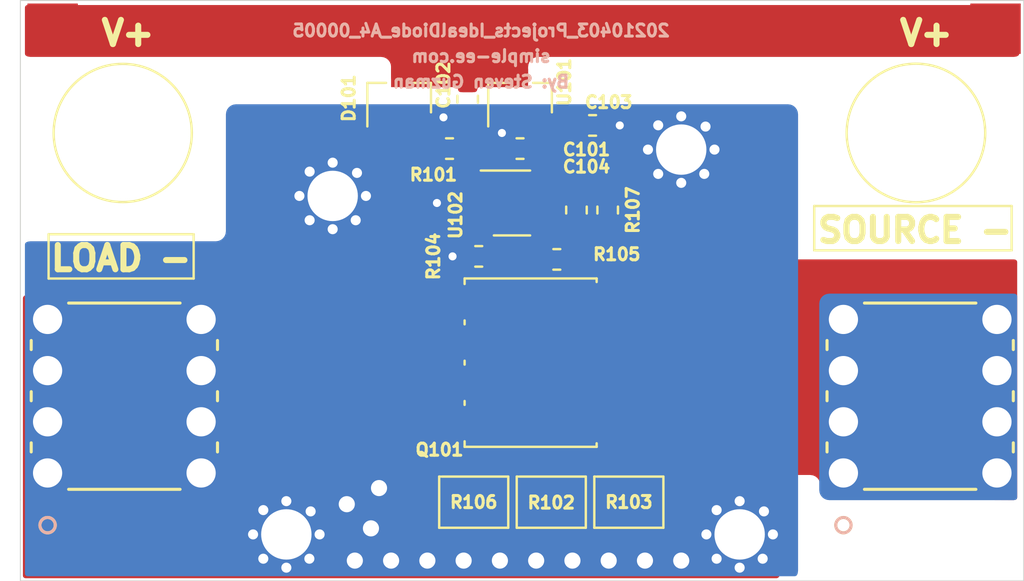
<source format=kicad_pcb>
(kicad_pcb (version 20171130) (host pcbnew "(5.1.9)-1")

  (general
    (thickness 1.6)
    (drawings 22)
    (tracks 109)
    (zones 0)
    (modules 25)
    (nets 9)
  )

  (page A4)
  (layers
    (0 F.Cu signal)
    (31 B.Cu signal)
    (32 B.Adhes user)
    (33 F.Adhes user)
    (34 B.Paste user)
    (35 F.Paste user)
    (36 B.SilkS user)
    (37 F.SilkS user)
    (38 B.Mask user)
    (39 F.Mask user)
    (40 Dwgs.User user)
    (41 Cmts.User user)
    (42 Eco1.User user)
    (43 Eco2.User user)
    (44 Edge.Cuts user)
    (45 Margin user)
    (46 B.CrtYd user)
    (47 F.CrtYd user)
    (48 B.Fab user hide)
    (49 F.Fab user hide)
  )

  (setup
    (last_trace_width 0.25)
    (user_trace_width 0.3)
    (user_trace_width 0.4)
    (user_trace_width 0.45)
    (user_trace_width 0.5)
    (user_trace_width 0.55)
    (user_trace_width 0.6)
    (user_trace_width 0.7)
    (user_trace_width 0.8)
    (trace_clearance 0.2)
    (zone_clearance 0.2)
    (zone_45_only no)
    (trace_min 0.2)
    (via_size 0.8)
    (via_drill 0.4)
    (via_min_size 0.4)
    (via_min_drill 0.3)
    (user_via 1.5 0.8)
    (user_via 2 1)
    (uvia_size 0.3)
    (uvia_drill 0.1)
    (uvias_allowed no)
    (uvia_min_size 0.2)
    (uvia_min_drill 0.1)
    (edge_width 0.05)
    (segment_width 0.2)
    (pcb_text_width 0.3)
    (pcb_text_size 1.5 1.5)
    (mod_edge_width 0.12)
    (mod_text_size 0.6 0.6)
    (mod_text_width 0.15)
    (pad_size 0.8 0.8)
    (pad_drill 0.5)
    (pad_to_mask_clearance 0)
    (aux_axis_origin 132 137.3)
    (grid_origin 132 137.3)
    (visible_elements 7FFFFF7F)
    (pcbplotparams
      (layerselection 0x010fc_ffffffff)
      (usegerberextensions true)
      (usegerberattributes true)
      (usegerberadvancedattributes false)
      (creategerberjobfile true)
      (excludeedgelayer true)
      (linewidth 0.254000)
      (plotframeref false)
      (viasonmask false)
      (mode 1)
      (useauxorigin true)
      (hpglpennumber 1)
      (hpglpenspeed 20)
      (hpglpendiameter 15.000000)
      (psnegative false)
      (psa4output false)
      (plotreference true)
      (plotvalue true)
      (plotinvisibletext false)
      (padsonsilk false)
      (subtractmaskfromsilk false)
      (outputformat 1)
      (mirror false)
      (drillshape 0)
      (scaleselection 1)
      (outputdirectory "gerber/20210403_GERBER/"))
  )

  (net 0 "")
  (net 1 +12V)
  (net 2 GND)
  (net 3 VBUS)
  (net 4 /CATHODE)
  (net 5 "Net-(Q101-Pad1)")
  (net 6 "Net-(R104-Pad1)")
  (net 7 "Net-(C104-Pad1)")
  (net 8 "Net-(C104-Pad2)")

  (net_class Default "This is the default net class."
    (clearance 0.2)
    (trace_width 0.25)
    (via_dia 0.8)
    (via_drill 0.4)
    (uvia_dia 0.3)
    (uvia_drill 0.1)
    (add_net +12V)
    (add_net /CATHODE)
    (add_net GND)
    (add_net "Net-(C104-Pad1)")
    (add_net "Net-(C104-Pad2)")
    (add_net "Net-(Q101-Pad1)")
    (add_net "Net-(R104-Pad1)")
    (add_net VBUS)
  )

  (module MountingHole:MountingHole_3.2mm_M3 (layer F.Cu) (tedit 56D1B4CB) (tstamp 60695267)
    (at 176.45 115.075)
    (descr "Mounting Hole 3.2mm, no annular, M3")
    (tags "mounting hole 3.2mm no annular m3")
    (attr virtual)
    (fp_text reference REF** (at 0 -4.2) (layer F.SilkS) hide
      (effects (font (size 1 1) (thickness 0.15)))
    )
    (fp_text value MountingHole_3.2mm_M3 (at 0 4.2) (layer F.Fab)
      (effects (font (size 1 1) (thickness 0.15)))
    )
    (fp_circle (center 0 0) (end 3.2 0) (layer Cmts.User) (width 0.15))
    (fp_circle (center 0 0) (end 3.45 0) (layer F.CrtYd) (width 0.05))
    (fp_text user %R (at 0.3 0) (layer F.Fab)
      (effects (font (size 1 1) (thickness 0.15)))
    )
    (pad 1 np_thru_hole circle (at 0 0) (size 3.2 3.2) (drill 3.2) (layers *.Cu *.Mask))
  )

  (module MountingHole:MountingHole_3.2mm_M3 (layer F.Cu) (tedit 56D1B4CB) (tstamp 60695253)
    (at 137.08 115.075)
    (descr "Mounting Hole 3.2mm, no annular, M3")
    (tags "mounting hole 3.2mm no annular m3")
    (attr virtual)
    (fp_text reference REF** (at 0 -4.2) (layer F.SilkS) hide
      (effects (font (size 1 1) (thickness 0.15)))
    )
    (fp_text value MountingHole_3.2mm_M3 (at 0 4.2) (layer F.Fab)
      (effects (font (size 1 1) (thickness 0.15)))
    )
    (fp_circle (center 0 0) (end 3.45 0) (layer F.CrtYd) (width 0.05))
    (fp_circle (center 0 0) (end 3.2 0) (layer Cmts.User) (width 0.15))
    (fp_text user %R (at 0.3 0) (layer F.Fab)
      (effects (font (size 1 1) (thickness 0.15)))
    )
    (pad 1 np_thru_hole circle (at 0 0) (size 3.2 3.2) (drill 3.2) (layers *.Cu *.Mask))
  )

  (module "Terminal Blocks:7460305_HASL" (layer F.Cu) (tedit 6061EF6D) (tstamp 60624AE3)
    (at 172.85 131.95 90)
    (path /6065277C)
    (fp_text reference P102 (at 11.15 0.35 180) (layer F.SilkS) hide
      (effects (font (size 0.6 0.6) (thickness 0.15)))
    )
    (fp_text value 7460305 (at 3.4 10 90) (layer F.SilkS) hide
      (effects (font (size 0.6 0.6) (thickness 0.15)))
    )
    (fp_circle (center -2.5908 0) (end -2.2098 0) (layer B.SilkS) (width 0.1524))
    (fp_circle (center -2.5908 0) (end -2.2098 0) (layer F.SilkS) (width 0.1524))
    (fp_circle (center 0 -1.905) (end 0.381 -1.905) (layer F.Fab) (width 0.1524))
    (fp_line (start 8.8646 -1.2446) (end -1.2446 -1.2446) (layer F.CrtYd) (width 0.1524))
    (fp_line (start 8.8646 8.8646) (end 8.8646 -1.2446) (layer F.CrtYd) (width 0.1524))
    (fp_line (start -1.2446 8.8646) (end 8.8646 8.8646) (layer F.CrtYd) (width 0.1524))
    (fp_line (start -1.2446 -1.2446) (end -1.2446 8.8646) (layer F.CrtYd) (width 0.1524))
    (fp_line (start 6.124311 8.4328) (end 6.575689 8.4328) (layer F.SilkS) (width 0.1524))
    (fp_line (start 3.584311 8.4328) (end 4.035689 8.4328) (layer F.SilkS) (width 0.1524))
    (fp_line (start 4.035689 -0.8128) (end 3.584311 -0.8128) (layer F.SilkS) (width 0.1524))
    (fp_line (start 1.495689 -0.8128) (end 1.044311 -0.8128) (layer F.SilkS) (width 0.1524))
    (fp_line (start -0.6858 -0.6858) (end -0.6858 8.3058) (layer F.Fab) (width 0.1524))
    (fp_line (start 8.3058 -0.6858) (end -0.6858 -0.6858) (layer F.Fab) (width 0.1524))
    (fp_line (start 8.3058 8.3058) (end 8.3058 -0.6858) (layer F.Fab) (width 0.1524))
    (fp_line (start -0.6858 8.3058) (end 8.3058 8.3058) (layer F.Fab) (width 0.1524))
    (fp_line (start -0.8128 1.044311) (end -0.8128 6.575689) (layer F.SilkS) (width 0.1524))
    (fp_line (start 6.575689 -0.8128) (end 6.124311 -0.8128) (layer F.SilkS) (width 0.1524))
    (fp_line (start 8.4328 6.575689) (end 8.4328 1.044311) (layer F.SilkS) (width 0.1524))
    (fp_line (start 1.044311 8.4328) (end 1.495689 8.4328) (layer F.SilkS) (width 0.1524))
    (fp_text user "Copyright 2016 Accelerated Designs. All rights reserved." (at 0 0 90) (layer Cmts.User) hide
      (effects (font (size 0.127 0.127) (thickness 0.002)))
    )
    (pad 1 thru_hole circle (at 7.62 7.62 90) (size 1.9812 1.9812) (drill 1.45) (layers *.Cu *.Mask)
      (net 4 /CATHODE))
    (pad 1 thru_hole circle (at 5.08 7.62 90) (size 1.9812 1.9812) (drill 1.45) (layers *.Cu *.Mask)
      (net 4 /CATHODE))
    (pad 1 thru_hole circle (at 2.54 7.62 90) (size 1.9812 1.9812) (drill 1.45) (layers *.Cu *.Mask)
      (net 4 /CATHODE))
    (pad 1 thru_hole circle (at 0 7.62 90) (size 1.9812 1.9812) (drill 1.45) (layers *.Cu *.Mask)
      (net 4 /CATHODE))
    (pad 1 thru_hole circle (at 7.62 0 90) (size 1.9812 1.9812) (drill 1.45) (layers *.Cu *.Mask)
      (net 4 /CATHODE))
    (pad 1 thru_hole circle (at 5.08 0 90) (size 1.9812 1.9812) (drill 1.45) (layers *.Cu *.Mask)
      (net 4 /CATHODE))
    (pad 1 thru_hole circle (at 2.54 0 90) (size 1.9812 1.9812) (drill 1.45) (layers *.Cu *.Mask)
      (net 4 /CATHODE))
    (pad 1 thru_hole circle (at 0 0 90) (size 1.9812 1.9812) (drill 1.45) (layers *.Cu *.Mask)
      (net 4 /CATHODE))
    (model ${KICAD_CUSTOM}/3D/Connectors/Screw/7460305.wrl
      (at (xyz 0 0 0))
      (scale (xyz 1 1 1))
      (rotate (xyz 0 0 0))
    )
  )

  (module "Terminal Blocks:7460305_HASL" (layer F.Cu) (tedit 6061EF6D) (tstamp 60624B23)
    (at 133.35 131.95 90)
    (path /60653487)
    (fp_text reference P104 (at 9.5 7.5 180) (layer F.SilkS) hide
      (effects (font (size 0.6 0.6) (thickness 0.15)))
    )
    (fp_text value 7460305 (at 3.4 10 90) (layer F.SilkS) hide
      (effects (font (size 0.6 0.6) (thickness 0.15)))
    )
    (fp_circle (center -2.5908 0) (end -2.2098 0) (layer B.SilkS) (width 0.1524))
    (fp_circle (center -2.5908 0) (end -2.2098 0) (layer F.SilkS) (width 0.1524))
    (fp_circle (center 0 -1.905) (end 0.381 -1.905) (layer F.Fab) (width 0.1524))
    (fp_line (start 8.8646 -1.2446) (end -1.2446 -1.2446) (layer F.CrtYd) (width 0.1524))
    (fp_line (start 8.8646 8.8646) (end 8.8646 -1.2446) (layer F.CrtYd) (width 0.1524))
    (fp_line (start -1.2446 8.8646) (end 8.8646 8.8646) (layer F.CrtYd) (width 0.1524))
    (fp_line (start -1.2446 -1.2446) (end -1.2446 8.8646) (layer F.CrtYd) (width 0.1524))
    (fp_line (start 6.124311 8.4328) (end 6.575689 8.4328) (layer F.SilkS) (width 0.1524))
    (fp_line (start 3.584311 8.4328) (end 4.035689 8.4328) (layer F.SilkS) (width 0.1524))
    (fp_line (start 4.035689 -0.8128) (end 3.584311 -0.8128) (layer F.SilkS) (width 0.1524))
    (fp_line (start 1.495689 -0.8128) (end 1.044311 -0.8128) (layer F.SilkS) (width 0.1524))
    (fp_line (start -0.6858 -0.6858) (end -0.6858 8.3058) (layer F.Fab) (width 0.1524))
    (fp_line (start 8.3058 -0.6858) (end -0.6858 -0.6858) (layer F.Fab) (width 0.1524))
    (fp_line (start 8.3058 8.3058) (end 8.3058 -0.6858) (layer F.Fab) (width 0.1524))
    (fp_line (start -0.6858 8.3058) (end 8.3058 8.3058) (layer F.Fab) (width 0.1524))
    (fp_line (start -0.8128 1.044311) (end -0.8128 6.575689) (layer F.SilkS) (width 0.1524))
    (fp_line (start 6.575689 -0.8128) (end 6.124311 -0.8128) (layer F.SilkS) (width 0.1524))
    (fp_line (start 8.4328 6.575689) (end 8.4328 1.044311) (layer F.SilkS) (width 0.1524))
    (fp_line (start 1.044311 8.4328) (end 1.495689 8.4328) (layer F.SilkS) (width 0.1524))
    (pad 1 thru_hole circle (at 7.62 7.62 90) (size 1.9812 1.9812) (drill 1.45) (layers *.Cu *.Mask)
      (net 2 GND))
    (pad 1 thru_hole circle (at 5.08 7.62 90) (size 1.9812 1.9812) (drill 1.45) (layers *.Cu *.Mask)
      (net 2 GND))
    (pad 1 thru_hole circle (at 2.54 7.62 90) (size 1.9812 1.9812) (drill 1.45) (layers *.Cu *.Mask)
      (net 2 GND))
    (pad 1 thru_hole circle (at 0 7.62 90) (size 1.9812 1.9812) (drill 1.45) (layers *.Cu *.Mask)
      (net 2 GND))
    (pad 1 thru_hole circle (at 7.62 0 90) (size 1.9812 1.9812) (drill 1.45) (layers *.Cu *.Mask)
      (net 2 GND))
    (pad 1 thru_hole circle (at 5.08 0 90) (size 1.9812 1.9812) (drill 1.45) (layers *.Cu *.Mask)
      (net 2 GND))
    (pad 1 thru_hole circle (at 2.54 0 90) (size 1.9812 1.9812) (drill 1.45) (layers *.Cu *.Mask)
      (net 2 GND))
    (pad 1 thru_hole circle (at 0 0 90) (size 1.9812 1.9812) (drill 1.45) (layers *.Cu *.Mask)
      (net 2 GND))
    (model ${KICAD_CUSTOM}/3D/Connectors/Screw/7460305.wrl
      (at (xyz 0 0 0))
      (scale (xyz 1 1 1))
      (rotate (xyz 0 0 0))
    )
  )

  (module ThermalJumper:THJP0612AST1 (layer F.Cu) (tedit 601AE2F9) (tstamp 601C30D6)
    (at 158.35 133.4 180)
    (path /60131AC3)
    (fp_text reference R102 (at 0 -0.025 180) (layer F.SilkS)
      (effects (font (size 0.6 0.6) (thickness 0.15)))
    )
    (fp_text value THJP0612AST1 (at 0 -6.35) (layer F.Fab)
      (effects (font (size 1 1) (thickness 0.15)))
    )
    (fp_line (start -1.7145 -1.27) (end -1.7145 1.27) (layer F.SilkS) (width 0.12))
    (fp_line (start -1.7145 1.27) (end 1.5875 1.27) (layer F.SilkS) (width 0.12))
    (fp_line (start 1.651 1.27) (end 1.7145 1.27) (layer F.SilkS) (width 0.12))
    (fp_line (start 1.7145 1.27) (end 1.7145 -1.27) (layer F.SilkS) (width 0.12))
    (fp_line (start 1.7145 -1.27) (end -1.7145 -1.27) (layer F.SilkS) (width 0.12))
    (pad 2 smd rect (at 0 0.9906 270) (size 0.5 3.2004) (layers F.Cu F.Paste F.Mask)
      (net 4 /CATHODE))
    (pad 1 smd rect (at 0 -0.9906 270) (size 0.5 3.2004) (layers F.Cu F.Paste F.Mask)
      (net 2 GND))
  )

  (module ThermalJumper:THJP0612AST1 (layer F.Cu) (tedit 601AE2F9) (tstamp 60068B80)
    (at 162.2 133.4 180)
    (path /601335A3)
    (fp_text reference R103 (at 0 0 180) (layer F.SilkS)
      (effects (font (size 0.6 0.6) (thickness 0.15)))
    )
    (fp_text value THJP0612AST1 (at 0 -6.35) (layer F.Fab)
      (effects (font (size 1 1) (thickness 0.15)))
    )
    (fp_line (start -1.7145 -1.27) (end -1.7145 1.27) (layer F.SilkS) (width 0.12))
    (fp_line (start -1.7145 1.27) (end 1.5875 1.27) (layer F.SilkS) (width 0.12))
    (fp_line (start 1.651 1.27) (end 1.7145 1.27) (layer F.SilkS) (width 0.12))
    (fp_line (start 1.7145 1.27) (end 1.7145 -1.27) (layer F.SilkS) (width 0.12))
    (fp_line (start 1.7145 -1.27) (end -1.7145 -1.27) (layer F.SilkS) (width 0.12))
    (pad 2 smd rect (at 0 0.9906 270) (size 0.5 3.2004) (layers F.Cu F.Paste F.Mask)
      (net 4 /CATHODE))
    (pad 1 smd rect (at 0 -0.9906 270) (size 0.5 3.2004) (layers F.Cu F.Paste F.Mask)
      (net 2 GND))
  )

  (module ThermalJumper:THJP0612AST1 (layer F.Cu) (tedit 601AE2F9) (tstamp 601C1CF8)
    (at 154.5 133.4 180)
    (path /601D382C)
    (fp_text reference R106 (at 0 0) (layer F.SilkS)
      (effects (font (size 0.6 0.6) (thickness 0.15)))
    )
    (fp_text value THJP0612AST1 (at 0 -6.35) (layer F.Fab)
      (effects (font (size 1 1) (thickness 0.15)))
    )
    (fp_line (start -1.7145 -1.27) (end -1.7145 1.27) (layer F.SilkS) (width 0.12))
    (fp_line (start -1.7145 1.27) (end 1.5875 1.27) (layer F.SilkS) (width 0.12))
    (fp_line (start 1.651 1.27) (end 1.7145 1.27) (layer F.SilkS) (width 0.12))
    (fp_line (start 1.7145 1.27) (end 1.7145 -1.27) (layer F.SilkS) (width 0.12))
    (fp_line (start 1.7145 -1.27) (end -1.7145 -1.27) (layer F.SilkS) (width 0.12))
    (pad 2 smd rect (at 0 0.9906 270) (size 0.5 3.2004) (layers F.Cu F.Paste F.Mask)
      (net 4 /CATHODE))
    (pad 1 smd rect (at 0 -0.9906 270) (size 0.5 3.2004) (layers F.Cu F.Paste F.Mask)
      (net 2 GND))
  )

  (module Passives:C_0603_Handsolder (layer F.Cu) (tedit 5B301BBE) (tstamp 60068B01)
    (at 156.8 115.85 180)
    (descr "Capacitor SMD 0603 (1608 Metric), square (rectangular) end terminal, IPC_7351 nominal with elongated pad for handsoldering. (Body size source: http://www.tortai-tech.com/upload/download/2011102023233369053.pdf), generated with kicad-footprint-generator")
    (tags "capacitor handsolder")
    (path /5FCB777A)
    (attr smd)
    (fp_text reference C101 (at -3.3 -0.05) (layer F.SilkS)
      (effects (font (size 0.6 0.6) (thickness 0.15)))
    )
    (fp_text value CL10X106MO8NRNC (at 0 1.43) (layer F.Fab)
      (effects (font (size 1 1) (thickness 0.15)))
    )
    (fp_line (start 1.65 0.73) (end -1.65 0.73) (layer F.CrtYd) (width 0.05))
    (fp_line (start 1.65 -0.73) (end 1.65 0.73) (layer F.CrtYd) (width 0.05))
    (fp_line (start -1.65 -0.73) (end 1.65 -0.73) (layer F.CrtYd) (width 0.05))
    (fp_line (start -1.65 0.73) (end -1.65 -0.73) (layer F.CrtYd) (width 0.05))
    (fp_line (start -0.171267 0.51) (end 0.171267 0.51) (layer F.SilkS) (width 0.12))
    (fp_line (start -0.171267 -0.51) (end 0.171267 -0.51) (layer F.SilkS) (width 0.12))
    (fp_line (start 0.8 0.4) (end -0.8 0.4) (layer F.Fab) (width 0.15))
    (fp_line (start 0.8 -0.4) (end 0.8 0.4) (layer F.Fab) (width 0.15))
    (fp_line (start -0.8 -0.4) (end 0.8 -0.4) (layer F.Fab) (width 0.15))
    (fp_line (start -0.8 0.4) (end -0.8 -0.4) (layer F.Fab) (width 0.15))
    (fp_text user %R (at 0 0) (layer F.Fab)
      (effects (font (size 1 1) (thickness 0.15)))
    )
    (pad 1 smd roundrect (at -0.875 0 180) (size 1.05 0.95) (layers F.Cu F.Paste F.Mask) (roundrect_rratio 0.25)
      (net 1 +12V))
    (pad 2 smd roundrect (at 0.875 0 180) (size 1.05 0.95) (layers F.Cu F.Paste F.Mask) (roundrect_rratio 0.25)
      (net 2 GND))
    (model ${KISYS3DMOD}/Capacitor_SMD.3dshapes/C_0603_1608Metric.wrl
      (at (xyz 0 0 0))
      (scale (xyz 1 1 1))
      (rotate (xyz 0 0 0))
    )
  )

  (module Passives:C_0603_Handsolder (layer F.Cu) (tedit 5B301BBE) (tstamp 60068B12)
    (at 154.2 113.4 270)
    (descr "Capacitor SMD 0603 (1608 Metric), square (rectangular) end terminal, IPC_7351 nominal with elongated pad for handsoldering. (Body size source: http://www.tortai-tech.com/upload/download/2011102023233369053.pdf), generated with kicad-footprint-generator")
    (tags "capacitor handsolder")
    (path /5FCBA4E4)
    (attr smd)
    (fp_text reference C102 (at -0.7 1.2 270) (layer F.SilkS)
      (effects (font (size 0.6 0.6) (thickness 0.15)))
    )
    (fp_text value CL10A105KB8NNNC (at 0 1.43 90) (layer F.Fab)
      (effects (font (size 1 1) (thickness 0.15)))
    )
    (fp_line (start -0.8 0.4) (end -0.8 -0.4) (layer F.Fab) (width 0.15))
    (fp_line (start -0.8 -0.4) (end 0.8 -0.4) (layer F.Fab) (width 0.15))
    (fp_line (start 0.8 -0.4) (end 0.8 0.4) (layer F.Fab) (width 0.15))
    (fp_line (start 0.8 0.4) (end -0.8 0.4) (layer F.Fab) (width 0.15))
    (fp_line (start -0.171267 -0.51) (end 0.171267 -0.51) (layer F.SilkS) (width 0.12))
    (fp_line (start -0.171267 0.51) (end 0.171267 0.51) (layer F.SilkS) (width 0.12))
    (fp_line (start -1.65 0.73) (end -1.65 -0.73) (layer F.CrtYd) (width 0.05))
    (fp_line (start -1.65 -0.73) (end 1.65 -0.73) (layer F.CrtYd) (width 0.05))
    (fp_line (start 1.65 -0.73) (end 1.65 0.73) (layer F.CrtYd) (width 0.05))
    (fp_line (start 1.65 0.73) (end -1.65 0.73) (layer F.CrtYd) (width 0.05))
    (fp_text user %R (at 0 0 90) (layer F.Fab)
      (effects (font (size 1 1) (thickness 0.15)))
    )
    (pad 2 smd roundrect (at 0.875 0 270) (size 1.05 0.95) (layers F.Cu F.Paste F.Mask) (roundrect_rratio 0.25)
      (net 2 GND))
    (pad 1 smd roundrect (at -0.875 0 270) (size 1.05 0.95) (layers F.Cu F.Paste F.Mask) (roundrect_rratio 0.25)
      (net 3 VBUS))
    (model ${KISYS3DMOD}/Capacitor_SMD.3dshapes/C_0603_1608Metric.wrl
      (at (xyz 0 0 0))
      (scale (xyz 1 1 1))
      (rotate (xyz 0 0 0))
    )
  )

  (module Passives:C_0603_Handsolder (layer F.Cu) (tedit 5B301BBE) (tstamp 60068B23)
    (at 160.4 114.7)
    (descr "Capacitor SMD 0603 (1608 Metric), square (rectangular) end terminal, IPC_7351 nominal with elongated pad for handsoldering. (Body size source: http://www.tortai-tech.com/upload/download/2011102023233369053.pdf), generated with kicad-footprint-generator")
    (tags "capacitor handsolder")
    (path /5FCA8D3D)
    (attr smd)
    (fp_text reference C103 (at 0.8 -1.15 180) (layer F.SilkS)
      (effects (font (size 0.6 0.6) (thickness 0.15)))
    )
    (fp_text value C0603C104K5RACAUTO (at 0 1.43) (layer F.Fab)
      (effects (font (size 1 1) (thickness 0.15)))
    )
    (fp_line (start 1.65 0.73) (end -1.65 0.73) (layer F.CrtYd) (width 0.05))
    (fp_line (start 1.65 -0.73) (end 1.65 0.73) (layer F.CrtYd) (width 0.05))
    (fp_line (start -1.65 -0.73) (end 1.65 -0.73) (layer F.CrtYd) (width 0.05))
    (fp_line (start -1.65 0.73) (end -1.65 -0.73) (layer F.CrtYd) (width 0.05))
    (fp_line (start -0.171267 0.51) (end 0.171267 0.51) (layer F.SilkS) (width 0.12))
    (fp_line (start -0.171267 -0.51) (end 0.171267 -0.51) (layer F.SilkS) (width 0.12))
    (fp_line (start 0.8 0.4) (end -0.8 0.4) (layer F.Fab) (width 0.15))
    (fp_line (start 0.8 -0.4) (end 0.8 0.4) (layer F.Fab) (width 0.15))
    (fp_line (start -0.8 -0.4) (end 0.8 -0.4) (layer F.Fab) (width 0.15))
    (fp_line (start -0.8 0.4) (end -0.8 -0.4) (layer F.Fab) (width 0.15))
    (fp_text user %R (at 0 0) (layer F.Fab)
      (effects (font (size 1 1) (thickness 0.15)))
    )
    (pad 1 smd roundrect (at -0.875 0) (size 1.05 0.95) (layers F.Cu F.Paste F.Mask) (roundrect_rratio 0.25)
      (net 1 +12V))
    (pad 2 smd roundrect (at 0.875 0) (size 1.05 0.95) (layers F.Cu F.Paste F.Mask) (roundrect_rratio 0.25)
      (net 2 GND))
    (model ${KISYS3DMOD}/Capacitor_SMD.3dshapes/C_0603_1608Metric.wrl
      (at (xyz 0 0 0))
      (scale (xyz 1 1 1))
      (rotate (xyz 0 0 0))
    )
  )

  (module Passives:R_0603_Handsolder (layer F.Cu) (tedit 5B301BBD) (tstamp 60068B6A)
    (at 153.3 115.85 180)
    (descr "Resistor SMD 0603 (1608 Metric), square (rectangular) end terminal, IPC_7351 nominal with elongated pad for handsoldering. (Body size source: http://www.tortai-tech.com/upload/download/2011102023233369053.pdf), generated with kicad-footprint-generator")
    (tags "resistor handsolder")
    (path /6050A967)
    (attr smd)
    (fp_text reference R101 (at 0.8 -1.3) (layer F.SilkS)
      (effects (font (size 0.6 0.6) (thickness 0.15)))
    )
    (fp_text value RC0603FR-0716RL (at 0 1.43) (layer F.Fab)
      (effects (font (size 1 1) (thickness 0.15)))
    )
    (fp_line (start 1.65 0.73) (end -1.65 0.73) (layer F.CrtYd) (width 0.05))
    (fp_line (start 1.65 -0.73) (end 1.65 0.73) (layer F.CrtYd) (width 0.05))
    (fp_line (start -1.65 -0.73) (end 1.65 -0.73) (layer F.CrtYd) (width 0.05))
    (fp_line (start -1.65 0.73) (end -1.65 -0.73) (layer F.CrtYd) (width 0.05))
    (fp_line (start -0.171267 0.51) (end 0.171267 0.51) (layer F.SilkS) (width 0.12))
    (fp_line (start -0.171267 -0.51) (end 0.171267 -0.51) (layer F.SilkS) (width 0.12))
    (fp_line (start 0.8 0.4) (end -0.8 0.4) (layer F.Fab) (width 0.15))
    (fp_line (start 0.8 -0.4) (end 0.8 0.4) (layer F.Fab) (width 0.15))
    (fp_line (start -0.8 -0.4) (end 0.8 -0.4) (layer F.Fab) (width 0.15))
    (fp_line (start -0.8 0.4) (end -0.8 -0.4) (layer F.Fab) (width 0.15))
    (fp_text user %R (at 0 0) (layer F.Fab)
      (effects (font (size 1 1) (thickness 0.15)))
    )
    (pad 1 smd roundrect (at -0.875 0 180) (size 1.05 0.95) (layers F.Cu F.Paste F.Mask) (roundrect_rratio 0.25)
      (net 8 "Net-(C104-Pad2)"))
    (pad 2 smd roundrect (at 0.875 0 180) (size 1.05 0.95) (layers F.Cu F.Paste F.Mask) (roundrect_rratio 0.25)
      (net 5 "Net-(Q101-Pad1)"))
    (model ${KISYS3DMOD}/Resistor_SMD.3dshapes/R_0603_1608Metric.wrl
      (at (xyz 0 0 0))
      (scale (xyz 1 1 1))
      (rotate (xyz 0 0 0))
    )
  )

  (module SOT:SOT-23-3 (layer F.Cu) (tedit 58CE4E7E) (tstamp 60068B95)
    (at 156.8 113.35 90)
    (descr "SOT-23, Standard")
    (tags SOT-23)
    (path /5FCAB92B)
    (attr smd)
    (fp_text reference U101 (at 0.8 2.2 90) (layer F.SilkS)
      (effects (font (size 0.6 0.6) (thickness 0.15)))
    )
    (fp_text value ZXTR2112F-7 (at 0 2.5 90) (layer F.Fab)
      (effects (font (size 1 1) (thickness 0.15)))
    )
    (fp_line (start 0.76 1.58) (end -0.7 1.58) (layer F.SilkS) (width 0.12))
    (fp_line (start 0.76 -1.58) (end -1.4 -1.58) (layer F.SilkS) (width 0.12))
    (fp_line (start -1.7 1.75) (end -1.7 -1.75) (layer F.CrtYd) (width 0.05))
    (fp_line (start 1.7 1.75) (end -1.7 1.75) (layer F.CrtYd) (width 0.05))
    (fp_line (start 1.7 -1.75) (end 1.7 1.75) (layer F.CrtYd) (width 0.05))
    (fp_line (start -1.7 -1.75) (end 1.7 -1.75) (layer F.CrtYd) (width 0.05))
    (fp_line (start 0.76 -1.58) (end 0.76 -0.65) (layer F.SilkS) (width 0.12))
    (fp_line (start 0.76 1.58) (end 0.76 0.65) (layer F.SilkS) (width 0.12))
    (fp_line (start -0.7 1.52) (end 0.7 1.52) (layer F.Fab) (width 0.15))
    (fp_line (start 0.7 -1.52) (end 0.7 1.52) (layer F.Fab) (width 0.15))
    (fp_line (start -0.7 -0.95) (end -0.15 -1.52) (layer F.Fab) (width 0.15))
    (fp_line (start -0.15 -1.52) (end 0.7 -1.52) (layer F.Fab) (width 0.15))
    (fp_line (start -0.7 -0.95) (end -0.7 1.5) (layer F.Fab) (width 0.15))
    (fp_text user %R (at 0 0) (layer F.Fab)
      (effects (font (size 1 1) (thickness 0.15)))
    )
    (pad 1 smd rect (at -1 -0.95 90) (size 0.9 0.8) (layers F.Cu F.Paste F.Mask)
      (net 2 GND))
    (pad 2 smd rect (at -1 0.95 90) (size 0.9 0.8) (layers F.Cu F.Paste F.Mask)
      (net 1 +12V))
    (pad 3 smd rect (at 1 0 90) (size 0.9 0.8) (layers F.Cu F.Paste F.Mask)
      (net 3 VBUS))
    (model SOT.3dshapes/SOT-23-3.wrl
      (at (xyz 0 0 0))
      (scale (xyz 1 1 1))
      (rotate (xyz 0 0 0))
    )
  )

  (module SOT:SOT-23-5_HandSoldering (layer F.Cu) (tedit 58CE4E7E) (tstamp 60068BAA)
    (at 156.4 118.55)
    (descr "5-pin SOT23 package")
    (tags "SOT-23-5 hand-soldering")
    (path /600DE099)
    (attr smd)
    (fp_text reference U102 (at -2.8 0.6 270) (layer F.SilkS)
      (effects (font (size 0.6 0.6) (thickness 0.15)))
    )
    (fp_text value MCP6V51T-E_OT (at 0 2.9) (layer F.Fab)
      (effects (font (size 1 1) (thickness 0.15)))
    )
    (fp_line (start 2.38 1.8) (end -2.38 1.8) (layer F.CrtYd) (width 0.05))
    (fp_line (start 2.38 1.8) (end 2.38 -1.8) (layer F.CrtYd) (width 0.05))
    (fp_line (start -2.38 -1.8) (end -2.38 1.8) (layer F.CrtYd) (width 0.05))
    (fp_line (start -2.38 -1.8) (end 2.38 -1.8) (layer F.CrtYd) (width 0.05))
    (fp_line (start 0.9 -1.55) (end 0.9 1.55) (layer F.Fab) (width 0.15))
    (fp_line (start 0.9 1.55) (end -0.9 1.55) (layer F.Fab) (width 0.15))
    (fp_line (start -0.9 -0.9) (end -0.9 1.55) (layer F.Fab) (width 0.15))
    (fp_line (start 0.9 -1.55) (end -0.25 -1.55) (layer F.Fab) (width 0.15))
    (fp_line (start -0.9 -0.9) (end -0.25 -1.55) (layer F.Fab) (width 0.15))
    (fp_line (start 0.9 -1.61) (end -1.55 -1.61) (layer F.SilkS) (width 0.12))
    (fp_line (start -0.9 1.61) (end 0.9 1.61) (layer F.SilkS) (width 0.12))
    (fp_text user %R (at 0 0 90) (layer F.Fab)
      (effects (font (size 1 1) (thickness 0.15)))
    )
    (pad 1 smd rect (at -1.35 -0.95) (size 1.56 0.65) (layers F.Cu F.Paste F.Mask)
      (net 8 "Net-(C104-Pad2)"))
    (pad 2 smd rect (at -1.35 0) (size 1.56 0.65) (layers F.Cu F.Paste F.Mask)
      (net 2 GND))
    (pad 3 smd rect (at -1.35 0.95) (size 1.56 0.65) (layers F.Cu F.Paste F.Mask)
      (net 6 "Net-(R104-Pad1)"))
    (pad 4 smd rect (at 1.35 0.95) (size 1.56 0.65) (layers F.Cu F.Paste F.Mask)
      (net 7 "Net-(C104-Pad1)"))
    (pad 5 smd rect (at 1.35 -0.95) (size 1.56 0.65) (layers F.Cu F.Paste F.Mask)
      (net 1 +12V))
    (model SOT.3dshapes/SOT-23-5.wrl
      (at (xyz 0 0 0))
      (scale (xyz 1 1 1))
      (rotate (xyz 0 0 0))
    )
  )

  (module MountingHoles_sg:MountingHole_2.5mm_Pad_Via (layer F.Cu) (tedit 6008FBDA) (tstamp 600907F3)
    (at 145.2 135)
    (descr "Mounting Hole 2.5mm")
    (tags "mounting hole 2.5mm")
    (path /600A49C1)
    (attr virtual)
    (fp_text reference P105 (at -3.25 -2.25) (layer F.SilkS) hide
      (effects (font (size 0.6 0.6) (thickness 0.15)))
    )
    (fp_text value MH_1POS_2.5MM (at 0 3.5) (layer F.Fab)
      (effects (font (size 1 1) (thickness 0.15)))
    )
    (fp_circle (center 0 0) (end 2.075 0) (layer F.CrtYd) (width 0.05))
    (fp_circle (center 0 0) (end 2.05 0) (layer Cmts.User) (width 0.15))
    (fp_text user %R (at 0.3 0) (layer F.Fab)
      (effects (font (size 1 1) (thickness 0.15)))
    )
    (pad 1 thru_hole circle (at 1.2065 -1.143) (size 0.8 0.8) (drill 0.5) (layers *.Cu *.Mask)
      (net 2 GND))
    (pad 1 thru_hole circle (at 0 -1.651) (size 0.8 0.8) (drill 0.5) (layers *.Cu *.Mask)
      (net 2 GND))
    (pad 1 thru_hole circle (at -1.143 -1.2065) (size 0.8 0.8) (drill 0.5) (layers *.Cu *.Mask)
      (net 2 GND))
    (pad 1 thru_hole circle (at -1.651 0) (size 0.8 0.8) (drill 0.5) (layers *.Cu *.Mask)
      (net 2 GND))
    (pad 1 thru_hole circle (at -1.143 1.2065) (size 0.8 0.8) (drill 0.5) (layers *.Cu *.Mask)
      (net 2 GND))
    (pad 1 thru_hole circle (at 0 1.651) (size 0.8 0.8) (drill 0.5) (layers *.Cu *.Mask)
      (net 2 GND))
    (pad 1 thru_hole circle (at 1.143 1.2065) (size 0.8 0.8) (drill 0.5) (layers *.Cu *.Mask)
      (net 2 GND))
    (pad 1 thru_hole circle (at 1.651 0) (size 0.8 0.8) (drill 0.5) (layers *.Cu *.Mask)
      (net 2 GND))
    (pad 1 thru_hole circle (at 0 0) (size 4 4) (drill 2.5) (layers *.Cu *.Mask)
      (net 2 GND))
  )

  (module MountingHoles_sg:MountingHole_2.5mm_Pad_Via (layer F.Cu) (tedit 6008FBDA) (tstamp 60090803)
    (at 167.7 135)
    (descr "Mounting Hole 2.5mm")
    (tags "mounting hole 2.5mm")
    (path /600A65C1)
    (attr virtual)
    (fp_text reference P106 (at 0 -3.5) (layer F.SilkS) hide
      (effects (font (size 0.6 0.6) (thickness 0.15)))
    )
    (fp_text value MH_1POS_2.5MM (at 0 3.5) (layer F.Fab)
      (effects (font (size 1 1) (thickness 0.15)))
    )
    (fp_circle (center 0 0) (end 2.05 0) (layer Cmts.User) (width 0.15))
    (fp_circle (center 0 0) (end 2.075 0) (layer F.CrtYd) (width 0.05))
    (fp_text user %R (at 0.3 0) (layer F.Fab)
      (effects (font (size 1 1) (thickness 0.15)))
    )
    (pad 1 thru_hole circle (at 0 0) (size 4 4) (drill 2.5) (layers *.Cu *.Mask)
      (net 2 GND))
    (pad 1 thru_hole circle (at 1.651 0) (size 0.8 0.8) (drill 0.5) (layers *.Cu *.Mask)
      (net 2 GND))
    (pad 1 thru_hole circle (at 1.143 1.2065) (size 0.8 0.8) (drill 0.5) (layers *.Cu *.Mask)
      (net 2 GND))
    (pad 1 thru_hole circle (at 0 1.651) (size 0.8 0.8) (drill 0.5) (layers *.Cu *.Mask)
      (net 2 GND))
    (pad 1 thru_hole circle (at -1.143 1.2065) (size 0.8 0.8) (drill 0.5) (layers *.Cu *.Mask)
      (net 2 GND))
    (pad 1 thru_hole circle (at -1.651 0) (size 0.8 0.8) (drill 0.5) (layers *.Cu *.Mask)
      (net 2 GND))
    (pad 1 thru_hole circle (at -1.143 -1.2065) (size 0.8 0.8) (drill 0.5) (layers *.Cu *.Mask)
      (net 2 GND))
    (pad 1 thru_hole circle (at 0 -1.651) (size 0.8 0.8) (drill 0.5) (layers *.Cu *.Mask)
      (net 2 GND))
    (pad 1 thru_hole circle (at 1.2065 -1.143) (size 0.8 0.8) (drill 0.5) (layers *.Cu *.Mask)
      (net 2 GND))
  )

  (module SOT:SOT-23-3 (layer F.Cu) (tedit 58CE4E7E) (tstamp 601AE412)
    (at 150.8 113.35 90)
    (descr "SOT-23, Standard")
    (tags SOT-23)
    (path /601B05BE)
    (attr smd)
    (fp_text reference D101 (at 0 -2.5 90) (layer F.SilkS)
      (effects (font (size 0.6 0.6) (thickness 0.15)))
    )
    (fp_text value DESD34VS2SO (at 0 2.5 90) (layer F.Fab)
      (effects (font (size 1 1) (thickness 0.15)))
    )
    (fp_line (start -0.7 -0.95) (end -0.7 1.5) (layer F.Fab) (width 0.15))
    (fp_line (start -0.15 -1.52) (end 0.7 -1.52) (layer F.Fab) (width 0.15))
    (fp_line (start -0.7 -0.95) (end -0.15 -1.52) (layer F.Fab) (width 0.15))
    (fp_line (start 0.7 -1.52) (end 0.7 1.52) (layer F.Fab) (width 0.15))
    (fp_line (start -0.7 1.52) (end 0.7 1.52) (layer F.Fab) (width 0.15))
    (fp_line (start 0.76 1.58) (end 0.76 0.65) (layer F.SilkS) (width 0.12))
    (fp_line (start 0.76 -1.58) (end 0.76 -0.65) (layer F.SilkS) (width 0.12))
    (fp_line (start -1.7 -1.75) (end 1.7 -1.75) (layer F.CrtYd) (width 0.05))
    (fp_line (start 1.7 -1.75) (end 1.7 1.75) (layer F.CrtYd) (width 0.05))
    (fp_line (start 1.7 1.75) (end -1.7 1.75) (layer F.CrtYd) (width 0.05))
    (fp_line (start -1.7 1.75) (end -1.7 -1.75) (layer F.CrtYd) (width 0.05))
    (fp_line (start 0.76 -1.58) (end -1.4 -1.58) (layer F.SilkS) (width 0.12))
    (fp_line (start 0.76 1.58) (end -0.7 1.58) (layer F.SilkS) (width 0.12))
    (fp_text user %R (at 0 0) (layer F.Fab)
      (effects (font (size 1 1) (thickness 0.15)))
    )
    (pad 1 smd rect (at -1 -0.95 90) (size 0.9 0.8) (layers F.Cu F.Paste F.Mask)
      (net 2 GND))
    (pad 2 smd rect (at -1 0.95 90) (size 0.9 0.8) (layers F.Cu F.Paste F.Mask)
      (net 2 GND))
    (pad 3 smd rect (at 1 0 90) (size 0.9 0.8) (layers F.Cu F.Paste F.Mask)
      (net 3 VBUS))
    (model SOT.3dshapes/SOT-23-3.wrl
      (at (xyz 0 0 0))
      (scale (xyz 1 1 1))
      (rotate (xyz 0 0 0))
    )
  )

  (module SOT:SOT-1235 (layer F.Cu) (tedit 60147F74) (tstamp 601AE445)
    (at 157.325 126.475 270)
    (path /601BE4AB)
    (fp_text reference Q101 (at 4.325 4.525 180) (layer F.SilkS)
      (effects (font (size 0.6 0.6) (thickness 0.15)))
    )
    (fp_text value PSMNR70-40SSHJ (at -0.05 -5.9 90) (layer F.SilkS) hide
      (effects (font (size 0.6 0.6) (thickness 0.15)))
    )
    (fp_line (start -4.3053 3.4036) (end -4.3053 -3.4036) (layer F.CrtYd) (width 0.05))
    (fp_line (start -3.8255 3.4036) (end -4.3053 3.4036) (layer F.CrtYd) (width 0.05))
    (fp_line (start -3.8255 4.572) (end -3.8255 3.4036) (layer F.CrtYd) (width 0.05))
    (fp_line (start 3.8255 4.572) (end -3.8255 4.572) (layer F.CrtYd) (width 0.05))
    (fp_line (start 3.8255 3.4036) (end 3.8255 4.572) (layer F.CrtYd) (width 0.05))
    (fp_line (start 4.3053 3.4036) (end 3.8255 3.4036) (layer F.CrtYd) (width 0.05))
    (fp_line (start 4.3053 -3.4036) (end 4.3053 3.4036) (layer F.CrtYd) (width 0.05))
    (fp_line (start 3.8989 -3.4036) (end 4.3053 -3.4036) (layer F.CrtYd) (width 0.05))
    (fp_line (start 3.8989 -4.445) (end 3.8989 -3.4036) (layer F.CrtYd) (width 0.05))
    (fp_line (start -3.8989 -4.445) (end 3.8989 -4.445) (layer F.CrtYd) (width 0.05))
    (fp_line (start -3.8989 -3.4036) (end -3.8989 -4.445) (layer F.CrtYd) (width 0.05))
    (fp_line (start -4.3053 -3.4036) (end -3.8989 -3.4036) (layer F.CrtYd) (width 0.05))
    (fp_line (start -4.00304 -3.2766) (end -4.1783 -3.2766) (layer F.SilkS) (width 0.12))
    (fp_line (start -4.0513 -3.1496) (end -4.0513 3.1496) (layer F.Fab) (width 0.15))
    (fp_line (start 4.0513 -3.1496) (end -4.0513 -3.1496) (layer F.Fab) (width 0.15))
    (fp_line (start 4.0513 3.1496) (end 4.0513 -3.1496) (layer F.Fab) (width 0.15))
    (fp_line (start -4.0513 3.1496) (end 4.0513 3.1496) (layer F.Fab) (width 0.15))
    (fp_line (start -4.1783 -3.2766) (end -4.1783 3.2766) (layer F.SilkS) (width 0.12))
    (fp_line (start 4.1783 -3.2766) (end 4.00304 -3.2766) (layer F.SilkS) (width 0.12))
    (fp_line (start 4.1783 3.2766) (end 4.1783 -3.2766) (layer F.SilkS) (width 0.12))
    (fp_line (start -4.1783 3.2766) (end -3.904239 3.2766) (layer F.SilkS) (width 0.12))
    (fp_line (start 3.904242 3.2766) (end 4.1783 3.2766) (layer F.SilkS) (width 0.12))
    (fp_line (start 1.904241 3.2766) (end 2.095762 3.2766) (layer F.SilkS) (width 0.12))
    (fp_line (start -0.095758 3.2766) (end 0.095761 3.2766) (layer F.SilkS) (width 0.12))
    (fp_line (start -2.095759 3.2766) (end -1.904238 3.2766) (layer F.SilkS) (width 0.12))
    (fp_line (start 3.546101 3.9624) (end 3.546101 3.1496) (layer F.Fab) (width 0.15))
    (fp_line (start 2.453901 3.9624) (end 3.546101 3.9624) (layer F.Fab) (width 0.15))
    (fp_line (start 2.453901 3.1496) (end 2.453901 3.9624) (layer F.Fab) (width 0.15))
    (fp_line (start 3.546101 3.1496) (end 2.453901 3.1496) (layer F.Fab) (width 0.15))
    (fp_line (start 1.546101 3.9624) (end 1.546101 3.1496) (layer F.Fab) (width 0.15))
    (fp_line (start 0.453901 3.9624) (end 1.546101 3.9624) (layer F.Fab) (width 0.15))
    (fp_line (start 0.453901 3.1496) (end 0.453901 3.9624) (layer F.Fab) (width 0.15))
    (fp_line (start 1.546101 3.1496) (end 0.453901 3.1496) (layer F.Fab) (width 0.15))
    (fp_line (start -0.453899 3.9624) (end -0.453899 3.1496) (layer F.Fab) (width 0.15))
    (fp_line (start -1.546099 3.9624) (end -0.453899 3.9624) (layer F.Fab) (width 0.15))
    (fp_line (start -1.546099 3.1496) (end -1.546099 3.9624) (layer F.Fab) (width 0.15))
    (fp_line (start -0.453899 3.1496) (end -1.546099 3.1496) (layer F.Fab) (width 0.15))
    (fp_line (start -2.453899 3.9624) (end -2.453899 3.1496) (layer F.Fab) (width 0.15))
    (fp_line (start -3.546099 3.9624) (end -2.453899 3.9624) (layer F.Fab) (width 0.15))
    (fp_line (start -3.546099 3.1496) (end -3.546099 3.9624) (layer F.Fab) (width 0.15))
    (fp_line (start -2.453899 3.1496) (end -3.546099 3.1496) (layer F.Fab) (width 0.15))
    (fp_text user "Copyright 2016 Accelerated Designs. All rights reserved." (at 0 0 90) (layer Cmts.User) hide
      (effects (font (size 1 1) (thickness 0.15)))
    )
    (pad 1 smd rect (at -2.999999 3.556 270) (size 1.143 1.524) (layers F.Cu F.Paste F.Mask)
      (net 5 "Net-(Q101-Pad1)"))
    (pad 2 smd rect (at -0.999998 3.556 270) (size 1.143 1.524) (layers F.Cu F.Paste F.Mask)
      (net 2 GND))
    (pad 3 smd rect (at 1.000001 3.556 270) (size 1.143 1.524) (layers F.Cu F.Paste F.Mask)
      (net 2 GND))
    (pad 4 smd rect (at 3.000002 3.556 270) (size 1.143 1.524) (layers F.Cu F.Paste F.Mask)
      (net 2 GND))
    (pad 5 smd rect (at 0 -1.2827 270) (size 7.3406 5.8166) (layers F.Cu F.Paste F.Mask)
      (net 4 /CATHODE))
    (model ${KICAD}/3D/NMOS/SOT1235.wrl
      (at (xyz 0 0 0))
      (scale (xyz 1 1 1))
      (rotate (xyz 0 0 0))
    )
    (model ${KICAD_CUSTOM}/3D/NMOS/SOT1235.wrl
      (at (xyz 0 0 0))
      (scale (xyz 1 1 1))
      (rotate (xyz 0 0 0))
    )
  )

  (module Passives:R_0603_Handsolder (layer F.Cu) (tedit 5B301BBD) (tstamp 601AE456)
    (at 154.75 121.2 180)
    (descr "Resistor SMD 0603 (1608 Metric), square (rectangular) end terminal, IPC_7351 nominal with elongated pad for handsoldering. (Body size source: http://www.tortai-tech.com/upload/download/2011102023233369053.pdf), generated with kicad-footprint-generator")
    (tags "resistor handsolder")
    (path /60507F7B)
    (attr smd)
    (fp_text reference R104 (at 2.25 0 90) (layer F.SilkS)
      (effects (font (size 0.6 0.6) (thickness 0.15)))
    )
    (fp_text value RC0603FR-07470RL (at 0 1.43) (layer F.Fab)
      (effects (font (size 1 1) (thickness 0.15)))
    )
    (fp_line (start -0.8 0.4) (end -0.8 -0.4) (layer F.Fab) (width 0.15))
    (fp_line (start -0.8 -0.4) (end 0.8 -0.4) (layer F.Fab) (width 0.15))
    (fp_line (start 0.8 -0.4) (end 0.8 0.4) (layer F.Fab) (width 0.15))
    (fp_line (start 0.8 0.4) (end -0.8 0.4) (layer F.Fab) (width 0.15))
    (fp_line (start -0.171267 -0.51) (end 0.171267 -0.51) (layer F.SilkS) (width 0.12))
    (fp_line (start -0.171267 0.51) (end 0.171267 0.51) (layer F.SilkS) (width 0.12))
    (fp_line (start -1.65 0.73) (end -1.65 -0.73) (layer F.CrtYd) (width 0.05))
    (fp_line (start -1.65 -0.73) (end 1.65 -0.73) (layer F.CrtYd) (width 0.05))
    (fp_line (start 1.65 -0.73) (end 1.65 0.73) (layer F.CrtYd) (width 0.05))
    (fp_line (start 1.65 0.73) (end -1.65 0.73) (layer F.CrtYd) (width 0.05))
    (fp_text user %R (at 0 0) (layer F.Fab)
      (effects (font (size 1 1) (thickness 0.15)))
    )
    (pad 1 smd roundrect (at -0.875 0 180) (size 1.05 0.95) (layers F.Cu F.Paste F.Mask) (roundrect_rratio 0.25)
      (net 6 "Net-(R104-Pad1)"))
    (pad 2 smd roundrect (at 0.875 0 180) (size 1.05 0.95) (layers F.Cu F.Paste F.Mask) (roundrect_rratio 0.25)
      (net 2 GND))
    (model ${KISYS3DMOD}/Resistor_SMD.3dshapes/R_0603_1608Metric.wrl
      (at (xyz 0 0 0))
      (scale (xyz 1 1 1))
      (rotate (xyz 0 0 0))
    )
  )

  (module Passives:R_0603_Handsolder (layer F.Cu) (tedit 5B301BBD) (tstamp 601B0F3D)
    (at 158.625 121.35)
    (descr "Resistor SMD 0603 (1608 Metric), square (rectangular) end terminal, IPC_7351 nominal with elongated pad for handsoldering. (Body size source: http://www.tortai-tech.com/upload/download/2011102023233369053.pdf), generated with kicad-footprint-generator")
    (tags "resistor handsolder")
    (path /60509232)
    (attr smd)
    (fp_text reference R105 (at 2.975 -0.25 180) (layer F.SilkS)
      (effects (font (size 0.6 0.6) (thickness 0.15)))
    )
    (fp_text value RC0603FR-07470RL (at 0 1.43) (layer F.Fab)
      (effects (font (size 1 1) (thickness 0.15)))
    )
    (fp_line (start 1.65 0.73) (end -1.65 0.73) (layer F.CrtYd) (width 0.05))
    (fp_line (start 1.65 -0.73) (end 1.65 0.73) (layer F.CrtYd) (width 0.05))
    (fp_line (start -1.65 -0.73) (end 1.65 -0.73) (layer F.CrtYd) (width 0.05))
    (fp_line (start -1.65 0.73) (end -1.65 -0.73) (layer F.CrtYd) (width 0.05))
    (fp_line (start -0.171267 0.51) (end 0.171267 0.51) (layer F.SilkS) (width 0.12))
    (fp_line (start -0.171267 -0.51) (end 0.171267 -0.51) (layer F.SilkS) (width 0.12))
    (fp_line (start 0.8 0.4) (end -0.8 0.4) (layer F.Fab) (width 0.15))
    (fp_line (start 0.8 -0.4) (end 0.8 0.4) (layer F.Fab) (width 0.15))
    (fp_line (start -0.8 -0.4) (end 0.8 -0.4) (layer F.Fab) (width 0.15))
    (fp_line (start -0.8 0.4) (end -0.8 -0.4) (layer F.Fab) (width 0.15))
    (fp_text user %R (at 0 0) (layer F.Fab)
      (effects (font (size 1 1) (thickness 0.15)))
    )
    (pad 1 smd roundrect (at -0.875 0) (size 1.05 0.95) (layers F.Cu F.Paste F.Mask) (roundrect_rratio 0.25)
      (net 7 "Net-(C104-Pad1)"))
    (pad 2 smd roundrect (at 0.875 0) (size 1.05 0.95) (layers F.Cu F.Paste F.Mask) (roundrect_rratio 0.25)
      (net 4 /CATHODE))
    (model ${KISYS3DMOD}/Resistor_SMD.3dshapes/R_0603_1608Metric.wrl
      (at (xyz 0 0 0))
      (scale (xyz 1 1 1))
      (rotate (xyz 0 0 0))
    )
  )

  (module MountingHoles_sg:MountingHole_2.5mm_Pad_Via (layer F.Cu) (tedit 6008FBDA) (tstamp 601CF0A5)
    (at 164.8 115.9)
    (descr "Mounting Hole 2.5mm")
    (tags "mounting hole 2.5mm")
    (path /601D12DF)
    (attr virtual)
    (fp_text reference P107 (at 0 -3.5) (layer F.SilkS) hide
      (effects (font (size 0.6 0.6) (thickness 0.15)))
    )
    (fp_text value MH_1POS_2.5MM (at 0 3.5) (layer F.Fab)
      (effects (font (size 1 1) (thickness 0.15)))
    )
    (fp_circle (center 0 0) (end 2.05 0) (layer Cmts.User) (width 0.15))
    (fp_circle (center 0 0) (end 2.075 0) (layer F.CrtYd) (width 0.05))
    (fp_text user %R (at 0.3 0) (layer F.Fab)
      (effects (font (size 1 1) (thickness 0.15)))
    )
    (pad 1 thru_hole circle (at 1.2065 -1.143) (size 0.8 0.8) (drill 0.5) (layers *.Cu *.Mask)
      (net 2 GND))
    (pad 1 thru_hole circle (at 0 -1.651) (size 0.8 0.8) (drill 0.5) (layers *.Cu *.Mask)
      (net 2 GND))
    (pad 1 thru_hole circle (at -1.143 -1.2065) (size 0.8 0.8) (drill 0.5) (layers *.Cu *.Mask)
      (net 2 GND))
    (pad 1 thru_hole circle (at -1.651 0) (size 0.8 0.8) (drill 0.5) (layers *.Cu *.Mask)
      (net 2 GND))
    (pad 1 thru_hole circle (at -1.143 1.2065) (size 0.8 0.8) (drill 0.5) (layers *.Cu *.Mask)
      (net 2 GND))
    (pad 1 thru_hole circle (at 0 1.651) (size 0.8 0.8) (drill 0.5) (layers *.Cu *.Mask)
      (net 2 GND))
    (pad 1 thru_hole circle (at 1.143 1.2065) (size 0.8 0.8) (drill 0.5) (layers *.Cu *.Mask)
      (net 2 GND))
    (pad 1 thru_hole circle (at 1.651 0) (size 0.8 0.8) (drill 0.5) (layers *.Cu *.Mask)
      (net 2 GND))
    (pad 1 thru_hole circle (at 0 0) (size 4 4) (drill 2.5) (layers *.Cu *.Mask)
      (net 2 GND))
  )

  (module MountingHoles_sg:MountingHole_2.5mm_Pad_Via (layer F.Cu) (tedit 6008FBDA) (tstamp 601CF8F1)
    (at 147.5 118.2)
    (descr "Mounting Hole 2.5mm")
    (tags "mounting hole 2.5mm")
    (path /601E6BCF)
    (attr virtual)
    (fp_text reference P108 (at 0 -3.5) (layer F.SilkS) hide
      (effects (font (size 0.6 0.6) (thickness 0.15)))
    )
    (fp_text value MH_1POS_2.5MM (at 0 3.5) (layer F.Fab)
      (effects (font (size 1 1) (thickness 0.15)))
    )
    (fp_circle (center 0 0) (end 2.05 0) (layer Cmts.User) (width 0.15))
    (fp_circle (center 0 0) (end 2.075 0) (layer F.CrtYd) (width 0.05))
    (fp_text user %R (at 0.3 0) (layer F.Fab)
      (effects (font (size 1 1) (thickness 0.15)))
    )
    (pad 1 thru_hole circle (at 1.2065 -1.143) (size 0.8 0.8) (drill 0.5) (layers *.Cu *.Mask)
      (net 2 GND))
    (pad 1 thru_hole circle (at 0 -1.651) (size 0.8 0.8) (drill 0.5) (layers *.Cu *.Mask)
      (net 2 GND))
    (pad 1 thru_hole circle (at -1.143 -1.2065) (size 0.8 0.8) (drill 0.5) (layers *.Cu *.Mask)
      (net 2 GND))
    (pad 1 thru_hole circle (at -1.651 0) (size 0.8 0.8) (drill 0.5) (layers *.Cu *.Mask)
      (net 2 GND))
    (pad 1 thru_hole circle (at -1.143 1.2065) (size 0.8 0.8) (drill 0.5) (layers *.Cu *.Mask)
      (net 2 GND))
    (pad 1 thru_hole circle (at 0 1.651) (size 0.8 0.8) (drill 0.5) (layers *.Cu *.Mask)
      (net 2 GND))
    (pad 1 thru_hole circle (at 1.143 1.2065) (size 0.8 0.8) (drill 0.5) (layers *.Cu *.Mask)
      (net 2 GND))
    (pad 1 thru_hole circle (at 1.651 0) (size 0.8 0.8) (drill 0.5) (layers *.Cu *.Mask)
      (net 2 GND))
    (pad 1 thru_hole circle (at 0 0) (size 4 4) (drill 2.5) (layers *.Cu *.Mask)
      (net 2 GND))
  )

  (module Passives:C_0603_Handsolder (layer F.Cu) (tedit 5B301BBE) (tstamp 60624AA3)
    (at 159.6 118.9 90)
    (descr "Capacitor SMD 0603 (1608 Metric), square (rectangular) end terminal, IPC_7351 nominal with elongated pad for handsoldering. (Body size source: http://www.tortai-tech.com/upload/download/2011102023233369053.pdf), generated with kicad-footprint-generator")
    (tags "capacitor handsolder")
    (path /60636F7F)
    (attr smd)
    (fp_text reference C104 (at 2.15 0.5 180) (layer F.SilkS)
      (effects (font (size 0.6 0.6) (thickness 0.15)))
    )
    (fp_text value C0603C331J5GACTU (at 0 1.43 90) (layer F.Fab)
      (effects (font (size 1 1) (thickness 0.15)))
    )
    (fp_line (start -0.8 0.4) (end -0.8 -0.4) (layer F.Fab) (width 0.15))
    (fp_line (start -0.8 -0.4) (end 0.8 -0.4) (layer F.Fab) (width 0.15))
    (fp_line (start 0.8 -0.4) (end 0.8 0.4) (layer F.Fab) (width 0.15))
    (fp_line (start 0.8 0.4) (end -0.8 0.4) (layer F.Fab) (width 0.15))
    (fp_line (start -0.171267 -0.51) (end 0.171267 -0.51) (layer F.SilkS) (width 0.12))
    (fp_line (start -0.171267 0.51) (end 0.171267 0.51) (layer F.SilkS) (width 0.12))
    (fp_line (start -1.65 0.73) (end -1.65 -0.73) (layer F.CrtYd) (width 0.05))
    (fp_line (start -1.65 -0.73) (end 1.65 -0.73) (layer F.CrtYd) (width 0.05))
    (fp_line (start 1.65 -0.73) (end 1.65 0.73) (layer F.CrtYd) (width 0.05))
    (fp_line (start 1.65 0.73) (end -1.65 0.73) (layer F.CrtYd) (width 0.05))
    (fp_text user %R (at 0 0 90) (layer F.Fab)
      (effects (font (size 1 1) (thickness 0.15)))
    )
    (pad 1 smd roundrect (at -0.875 0 90) (size 1.05 0.95) (layers F.Cu F.Paste F.Mask) (roundrect_rratio 0.25)
      (net 7 "Net-(C104-Pad1)"))
    (pad 2 smd roundrect (at 0.875 0 90) (size 1.05 0.95) (layers F.Cu F.Paste F.Mask) (roundrect_rratio 0.25)
      (net 8 "Net-(C104-Pad2)"))
    (model ${KISYS3DMOD}/Capacitor_SMD.3dshapes/C_0603_1608Metric.wrl
      (at (xyz 0 0 0))
      (scale (xyz 1 1 1))
      (rotate (xyz 0 0 0))
    )
  )

  (module Passives:R_0603_Handsolder (layer F.Cu) (tedit 5B301BBD) (tstamp 60624B34)
    (at 161.15 118.9 90)
    (descr "Resistor SMD 0603 (1608 Metric), square (rectangular) end terminal, IPC_7351 nominal with elongated pad for handsoldering. (Body size source: http://www.tortai-tech.com/upload/download/2011102023233369053.pdf), generated with kicad-footprint-generator")
    (tags "resistor handsolder")
    (path /6063291E)
    (attr smd)
    (fp_text reference R107 (at 0 1.25 90) (layer F.SilkS)
      (effects (font (size 0.6 0.6) (thickness 0.15)))
    )
    (fp_text value RMCF0603FT300K (at 0 1.43 90) (layer F.Fab)
      (effects (font (size 1 1) (thickness 0.15)))
    )
    (fp_line (start -0.8 0.4) (end -0.8 -0.4) (layer F.Fab) (width 0.15))
    (fp_line (start -0.8 -0.4) (end 0.8 -0.4) (layer F.Fab) (width 0.15))
    (fp_line (start 0.8 -0.4) (end 0.8 0.4) (layer F.Fab) (width 0.15))
    (fp_line (start 0.8 0.4) (end -0.8 0.4) (layer F.Fab) (width 0.15))
    (fp_line (start -0.171267 -0.51) (end 0.171267 -0.51) (layer F.SilkS) (width 0.12))
    (fp_line (start -0.171267 0.51) (end 0.171267 0.51) (layer F.SilkS) (width 0.12))
    (fp_line (start -1.65 0.73) (end -1.65 -0.73) (layer F.CrtYd) (width 0.05))
    (fp_line (start -1.65 -0.73) (end 1.65 -0.73) (layer F.CrtYd) (width 0.05))
    (fp_line (start 1.65 -0.73) (end 1.65 0.73) (layer F.CrtYd) (width 0.05))
    (fp_line (start 1.65 0.73) (end -1.65 0.73) (layer F.CrtYd) (width 0.05))
    (fp_text user %R (at 0 0 90) (layer F.Fab)
      (effects (font (size 1 1) (thickness 0.15)))
    )
    (pad 1 smd roundrect (at -0.875 0 90) (size 1.05 0.95) (layers F.Cu F.Paste F.Mask) (roundrect_rratio 0.25)
      (net 7 "Net-(C104-Pad1)"))
    (pad 2 smd roundrect (at 0.875 0 90) (size 1.05 0.95) (layers F.Cu F.Paste F.Mask) (roundrect_rratio 0.25)
      (net 8 "Net-(C104-Pad2)"))
    (model ${KISYS3DMOD}/Resistor_SMD.3dshapes/R_0603_1608Metric.wrl
      (at (xyz 0 0 0))
      (scale (xyz 1 1 1))
      (rotate (xyz 0 0 0))
    )
  )

  (module "Terminal Blocks:pad_2.5x2.5mm" (layer F.Cu) (tedit 5B1D9A18) (tstamp 6069415E)
    (at 133.6 109.9)
    (path /606902CF)
    (fp_text reference P101 (at 0.1 -2.5) (layer F.SilkS) hide
      (effects (font (size 0.9 0.5) (thickness 0.1)))
    )
    (fp_text value 2.5x2.5mm_pad (at 0 -5) (layer F.Fab)
      (effects (font (size 0.9 0.5) (thickness 0.1)))
    )
    (pad 1 smd rect (at 0 0) (size 2.5 2.5) (layers F.Cu F.Paste F.Mask)
      (net 3 VBUS))
  )

  (module "Terminal Blocks:pad_2.5x2.5mm" (layer F.Cu) (tedit 5B1D9A18) (tstamp 60694163)
    (at 180.4 109.9)
    (path /60690BDC)
    (fp_text reference P103 (at 0.1 -2.5) (layer F.SilkS) hide
      (effects (font (size 0.9 0.5) (thickness 0.1)))
    )
    (fp_text value 2.5x2.5mm_pad (at 0 -5) (layer F.Fab)
      (effects (font (size 0.9 0.5) (thickness 0.1)))
    )
    (pad 1 smd rect (at 0 0) (size 2.5 2.5) (layers F.Cu F.Paste F.Mask)
      (net 3 VBUS))
  )

  (gr_text V+ (at 176.958 110.122) (layer F.SilkS) (tstamp 6069549D)
    (effects (font (size 1.2 1.2) (thickness 0.3)))
  )
  (gr_text V+ (at 137.334 110.122) (layer F.SilkS) (tstamp 60695499)
    (effects (font (size 1.2 1.2) (thickness 0.3)))
  )
  (gr_circle (center 137.08 115.075) (end 137.08 111.646) (layer F.SilkS) (width 0.12))
  (gr_circle (center 176.45 115.075) (end 176.704 111.646) (layer F.SilkS) (width 0.12))
  (gr_text "SOURCE -" (at 176.4 119.9) (layer F.SilkS) (tstamp 60694813)
    (effects (font (size 1.2 1.2) (thickness 0.3)))
  )
  (gr_line (start 181.2 120.9) (end 181.2 118.7) (layer F.SilkS) (width 0.12) (tstamp 60694814))
  (gr_line (start 171.4 118.7) (end 171.4 120.9) (layer F.SilkS) (width 0.12) (tstamp 60694816))
  (gr_line (start 181.2 118.7) (end 171.4 118.7) (layer F.SilkS) (width 0.12) (tstamp 60694815))
  (gr_line (start 171.4 120.9) (end 181.2 120.9) (layer F.SilkS) (width 0.12) (tstamp 60694817))
  (gr_line (start 140.6 120.1) (end 133.4 120.1) (layer F.SilkS) (width 0.12) (tstamp 60694711))
  (gr_line (start 140.6 122.3) (end 140.6 120.1) (layer F.SilkS) (width 0.12))
  (gr_line (start 133.4 122.3) (end 140.6 122.3) (layer F.SilkS) (width 0.12))
  (gr_line (start 133.4 120.1) (end 133.4 122.3) (layer F.SilkS) (width 0.12))
  (gr_line (start 132 137.3) (end 181.8 137.3) (layer Edge.Cuts) (width 0.05) (tstamp 60629B92))
  (gr_line (start 132 133.3) (end 132 137.3) (layer Edge.Cuts) (width 0.05))
  (gr_line (start 132 108.5) (end 132 133.3) (layer Edge.Cuts) (width 0.05) (tstamp 60629B0B))
  (gr_text "By: Steven Guzman" (at 154.86 112.535) (layer B.SilkS) (tstamp 6009163D)
    (effects (font (size 0.6 0.6) (thickness 0.15)) (justify mirror))
  )
  (gr_text simple-ee.com (at 154.86 111.265) (layer B.SilkS) (tstamp 60091639)
    (effects (font (size 0.6 0.6) (thickness 0.15)) (justify mirror))
  )
  (gr_text 20210403_Projects_IdealDiode_A4_00005 (at 154.86 109.995) (layer B.SilkS)
    (effects (font (size 0.6 0.6) (thickness 0.15)) (justify mirror))
  )
  (gr_text "LOAD -" (at 137 121.3) (layer F.SilkS)
    (effects (font (size 1.2 1.2) (thickness 0.3)))
  )
  (gr_line (start 132 108.5) (end 181.8 108.5) (layer Edge.Cuts) (width 0.05) (tstamp 60071A29))
  (gr_line (start 181.8 137.3) (end 181.8 108.5) (layer Edge.Cuts) (width 0.05))

  (via (at 161.75 114.7) (size 0.8) (drill 0.4) (layers F.Cu B.Cu) (net 2) (status 30))
  (via (at 153.45 121.2) (size 0.8) (drill 0.4) (layers F.Cu B.Cu) (net 2) (status 30))
  (via (at 155.9 115.075) (size 0.8) (drill 0.4) (layers F.Cu B.Cu) (net 2))
  (via (at 153 114.3) (size 0.8) (drill 0.4) (layers F.Cu B.Cu) (net 2))
  (segment (start 155.05 118.55) (end 152.675 118.55) (width 0.6) (layer F.Cu) (net 2) (status 10))
  (via (at 152.675 118.55) (size 0.8) (drill 0.4) (layers F.Cu B.Cu) (net 2))
  (via (at 148.6 136.3) (size 1.5) (drill 0.8) (layers F.Cu B.Cu) (net 2))
  (via (at 150.4 136.3) (size 1.5) (drill 0.8) (layers F.Cu B.Cu) (net 2))
  (via (at 152.2 136.3) (size 1.5) (drill 0.8) (layers F.Cu B.Cu) (net 2))
  (via (at 154 136.3) (size 1.5) (drill 0.8) (layers F.Cu B.Cu) (net 2))
  (via (at 155.8 136.3) (size 1.5) (drill 0.8) (layers F.Cu B.Cu) (net 2))
  (via (at 157.6 136.3) (size 1.5) (drill 0.8) (layers F.Cu B.Cu) (net 2))
  (via (at 159.4 136.3) (size 1.5) (drill 0.8) (layers F.Cu B.Cu) (net 2))
  (via (at 161.2 136.3) (size 1.5) (drill 0.8) (layers F.Cu B.Cu) (net 2))
  (via (at 163 136.3) (size 1.5) (drill 0.8) (layers F.Cu B.Cu) (net 2))
  (via (at 164.8 136.3) (size 1.5) (drill 0.8) (layers F.Cu B.Cu) (net 2))
  (via (at 149.4 134.7) (size 1.5) (drill 0.8) (layers F.Cu B.Cu) (net 2))
  (via (at 148.2 133.5) (size 1.5) (drill 0.8) (layers F.Cu B.Cu) (net 2))
  (via (at 149.8 132.7) (size 1.5) (drill 0.8) (layers F.Cu B.Cu) (net 2))
  (segment (start 150.8 112.125) (end 150.8 109.7) (width 0.8) (layer F.Cu) (net 3))
  (segment (start 151.3 122.475001) (end 151.304815 122.573018) (width 0.5) (layer F.Cu) (net 5) (tstamp 3FB))
  (segment (start 151.304815 122.573018) (end 151.319214 122.670091) (width 0.5) (layer F.Cu) (net 5) (tstamp 3FB))
  (segment (start 151.319214 122.670091) (end 151.343059 122.765285) (width 0.5) (layer F.Cu) (net 5) (tstamp 3FB))
  (segment (start 151.343059 122.765285) (end 151.37612 122.857684) (width 0.5) (layer F.Cu) (net 5) (tstamp 3FB))
  (segment (start 151.37612 122.857684) (end 151.418078 122.946397) (width 0.5) (layer F.Cu) (net 5) (tstamp 3FB))
  (segment (start 151.418078 122.946397) (end 151.46853 123.030571) (width 0.5) (layer F.Cu) (net 5) (tstamp 3FB))
  (segment (start 151.46853 123.030571) (end 151.526989 123.109394) (width 0.5) (layer F.Cu) (net 5) (tstamp 3FB))
  (segment (start 151.526989 123.109394) (end 151.592893 123.182107) (width 0.5) (layer F.Cu) (net 5) (tstamp 3FB))
  (segment (start 151.592893 123.182107) (end 151.665606 123.248011) (width 0.5) (layer F.Cu) (net 5) (tstamp 3FB))
  (segment (start 151.665606 123.248011) (end 151.744429 123.30647) (width 0.5) (layer F.Cu) (net 5) (tstamp 3FB))
  (segment (start 151.744429 123.30647) (end 151.828603 123.356922) (width 0.5) (layer F.Cu) (net 5) (tstamp 3FB))
  (segment (start 151.828603 123.356922) (end 151.917316 123.39888) (width 0.5) (layer F.Cu) (net 5) (tstamp 3FB))
  (segment (start 151.917316 123.39888) (end 152.009715 123.431941) (width 0.5) (layer F.Cu) (net 5) (tstamp 3FB))
  (segment (start 152.009715 123.431941) (end 152.104909 123.455786) (width 0.5) (layer F.Cu) (net 5) (tstamp 3FB))
  (segment (start 152.104909 123.455786) (end 152.201982 123.470185) (width 0.5) (layer F.Cu) (net 5) (tstamp 3FB))
  (segment (start 152.201982 123.470185) (end 152.3 123.475001) (width 0.5) (layer F.Cu) (net 5) (tstamp 3FB))
  (segment (start 152.3 123.475001) (end 153.769 123.475001) (width 0.5) (layer F.Cu) (net 5) (status 20))
  (segment (start 151.3 116.35) (end 151.3 122.475001) (width 0.5) (layer F.Cu) (net 5))
  (segment (start 151.3 116.35) (end 151.302407 116.300991) (width 0.5) (layer F.Cu) (net 5) (tstamp 3FB))
  (segment (start 151.302407 116.300991) (end 151.309607 116.252454) (width 0.5) (layer F.Cu) (net 5) (tstamp 3FB))
  (segment (start 151.309607 116.252454) (end 151.321529 116.204857) (width 0.5) (layer F.Cu) (net 5) (tstamp 3FB))
  (segment (start 151.321529 116.204857) (end 151.33806 116.158658) (width 0.5) (layer F.Cu) (net 5) (tstamp 3FB))
  (segment (start 151.33806 116.158658) (end 151.359039 116.114301) (width 0.5) (layer F.Cu) (net 5) (tstamp 3FB))
  (segment (start 151.359039 116.114301) (end 151.384265 116.072214) (width 0.5) (layer F.Cu) (net 5) (tstamp 3FB))
  (segment (start 151.384265 116.072214) (end 151.413494 116.032803) (width 0.5) (layer F.Cu) (net 5) (tstamp 3FB))
  (segment (start 151.413494 116.032803) (end 151.446446 115.996446) (width 0.5) (layer F.Cu) (net 5) (tstamp 3FB))
  (segment (start 151.446446 115.996446) (end 151.482803 115.963494) (width 0.5) (layer F.Cu) (net 5) (tstamp 3FB))
  (segment (start 151.482803 115.963494) (end 151.522214 115.934265) (width 0.5) (layer F.Cu) (net 5) (tstamp 3FB))
  (segment (start 151.522214 115.934265) (end 151.564301 115.909039) (width 0.5) (layer F.Cu) (net 5) (tstamp 3FB))
  (segment (start 151.564301 115.909039) (end 151.608658 115.88806) (width 0.5) (layer F.Cu) (net 5) (tstamp 3FB))
  (segment (start 151.608658 115.88806) (end 151.654857 115.871529) (width 0.5) (layer F.Cu) (net 5) (tstamp 3FB))
  (segment (start 151.654857 115.871529) (end 151.702454 115.859607) (width 0.5) (layer F.Cu) (net 5) (tstamp 3FB))
  (segment (start 151.702454 115.859607) (end 151.750991 115.852407) (width 0.5) (layer F.Cu) (net 5) (tstamp 3FB))
  (segment (start 151.750991 115.852407) (end 151.8 115.85) (width 0.5) (layer F.Cu) (net 5) (tstamp 3FB))
  (segment (start 151.8 115.85) (end 152.425 115.85) (width 0.5) (layer F.Cu) (net 5) (status 20))
  (segment (start 161.15 119.775) (end 159.6 119.775) (width 0.5) (layer F.Cu) (net 7) (status 30))
  (segment (start 159.6 119.775) (end 157.75 119.775) (width 0.5) (layer F.Cu) (net 7) (status 30))
  (segment (start 156.641472 118.544235) (end 156.670594 118.548555) (width 0.4) (layer F.Cu) (net 8))
  (segment (start 156.612914 118.537082) (end 156.641472 118.544235) (width 0.4) (layer F.Cu) (net 8))
  (segment (start 156.585194 118.527163) (end 156.612914 118.537082) (width 0.4) (layer F.Cu) (net 8))
  (segment (start 156.55858 118.514576) (end 156.585194 118.527163) (width 0.4) (layer F.Cu) (net 8))
  (segment (start 156.364576 117.75858) (end 156.377163 117.785194) (width 0.4) (layer F.Cu) (net 8))
  (segment (start 156.412917 118.337085) (end 156.422836 118.364805) (width 0.4) (layer F.Cu) (net 8))
  (segment (start 156.312132 117.687867) (end 156.331903 117.709682) (width 0.4) (layer F.Cu) (net 8))
  (segment (start 156.266671 117.650559) (end 156.290317 117.668096) (width 0.4) (layer F.Cu) (net 8))
  (segment (start 156.241419 117.635423) (end 156.266671 117.650559) (width 0.4) (layer F.Cu) (net 8))
  (segment (start 156.331903 117.709682) (end 156.34944 117.733328) (width 0.4) (layer F.Cu) (net 8))
  (segment (start 156.450559 118.416671) (end 156.468096 118.440317) (width 0.4) (layer F.Cu) (net 8))
  (segment (start 156.290317 117.668096) (end 156.312132 117.687867) (width 0.4) (layer F.Cu) (net 8))
  (segment (start 156.1 117.6) (end 156.129405 117.601444) (width 0.4) (layer F.Cu) (net 8))
  (segment (start 156.214805 117.622836) (end 156.241419 117.635423) (width 0.4) (layer F.Cu) (net 8))
  (segment (start 156.394235 117.841472) (end 156.398555 117.870594) (width 0.4) (layer F.Cu) (net 8))
  (segment (start 156.34944 117.733328) (end 156.364576 117.75858) (width 0.4) (layer F.Cu) (net 8))
  (segment (start 156.187085 117.612917) (end 156.214805 117.622836) (width 0.4) (layer F.Cu) (net 8))
  (segment (start 156.158527 117.605764) (end 156.187085 117.612917) (width 0.4) (layer F.Cu) (net 8))
  (segment (start 156.129405 117.601444) (end 156.158527 117.605764) (width 0.4) (layer F.Cu) (net 8))
  (segment (start 155.05 117.6) (end 156.1 117.6) (width 0.4) (layer F.Cu) (net 8) (status 10))
  (segment (start 156.377163 117.785194) (end 156.387082 117.812914) (width 0.4) (layer F.Cu) (net 8))
  (segment (start 156.405764 118.308527) (end 156.412917 118.337085) (width 0.4) (layer F.Cu) (net 8))
  (segment (start 156.387082 117.812914) (end 156.394235 117.841472) (width 0.4) (layer F.Cu) (net 8))
  (segment (start 156.422836 118.364805) (end 156.435423 118.391419) (width 0.4) (layer F.Cu) (net 8))
  (segment (start 156.398555 117.870594) (end 156.4 117.9) (width 0.4) (layer F.Cu) (net 8))
  (segment (start 156.4 117.9) (end 156.4 118.25) (width 0.4) (layer F.Cu) (net 8))
  (segment (start 156.4 118.25) (end 156.401444 118.279405) (width 0.4) (layer F.Cu) (net 8))
  (segment (start 156.401444 118.279405) (end 156.405764 118.308527) (width 0.4) (layer F.Cu) (net 8))
  (segment (start 156.435423 118.391419) (end 156.450559 118.416671) (width 0.4) (layer F.Cu) (net 8))
  (segment (start 156.509682 118.481903) (end 156.533328 118.49944) (width 0.4) (layer F.Cu) (net 8))
  (segment (start 156.468096 118.440317) (end 156.487867 118.462132) (width 0.4) (layer F.Cu) (net 8))
  (segment (start 156.487867 118.462132) (end 156.509682 118.481903) (width 0.4) (layer F.Cu) (net 8))
  (segment (start 156.533328 118.49944) (end 156.55858 118.514576) (width 0.4) (layer F.Cu) (net 8))
  (segment (start 158.576445 118.548555) (end 156.670594 118.548555) (width 0.4) (layer F.Cu) (net 8))
  (segment (start 158.576445 118.548555) (end 158.635674 118.5471) (width 0.4) (layer F.Cu) (net 8) (tstamp 3F1))
  (segment (start 158.635674 118.5471) (end 158.694762 118.542742) (width 0.4) (layer F.Cu) (net 8) (tstamp 3F1))
  (segment (start 158.694762 118.542742) (end 158.753564 118.535489) (width 0.4) (layer F.Cu) (net 8) (tstamp 3F1))
  (segment (start 158.753564 118.535489) (end 158.811939 118.52536) (width 0.4) (layer F.Cu) (net 8) (tstamp 3F1))
  (segment (start 158.811939 118.52536) (end 158.869747 118.512379) (width 0.4) (layer F.Cu) (net 8) (tstamp 3F1))
  (segment (start 158.869747 118.512379) (end 158.926849 118.496576) (width 0.4) (layer F.Cu) (net 8) (tstamp 3F1))
  (segment (start 158.926849 118.496576) (end 158.983106 118.477991) (width 0.4) (layer F.Cu) (net 8) (tstamp 3F1))
  (segment (start 158.983106 118.477991) (end 159.038384 118.456668) (width 0.4) (layer F.Cu) (net 8) (tstamp 3F1))
  (segment (start 159.038384 118.456668) (end 159.092549 118.432659) (width 0.4) (layer F.Cu) (net 8) (tstamp 3F1))
  (segment (start 159.092549 118.432659) (end 159.14547 118.40602) (width 0.4) (layer F.Cu) (net 8) (tstamp 3F1) (status 20))
  (segment (start 159.14547 118.40602) (end 159.197021 118.376817) (width 0.4) (layer F.Cu) (net 8) (tstamp 3F1) (status 30))
  (segment (start 159.197021 118.376817) (end 159.247077 118.34512) (width 0.4) (layer F.Cu) (net 8) (tstamp 3F1) (status 30))
  (segment (start 159.247077 118.34512) (end 159.295517 118.311004) (width 0.4) (layer F.Cu) (net 8) (tstamp 3F1) (status 30))
  (segment (start 159.295517 118.311004) (end 159.342224 118.274553) (width 0.4) (layer F.Cu) (net 8) (tstamp 3F1) (status 30))
  (segment (start 159.342224 118.274553) (end 159.387087 118.235854) (width 0.4) (layer F.Cu) (net 8) (tstamp 3F1) (status 30))
  (segment (start 159.387087 118.235854) (end 159.429998 118.195001) (width 0.4) (layer F.Cu) (net 8) (tstamp 3F1) (status 30))
  (segment (start 159.429998 118.195001) (end 159.6 118.025) (width 0.4) (layer F.Cu) (net 8) (status 30))
  (segment (start 159.6 118.025) (end 161.15 118.025) (width 0.5) (layer F.Cu) (net 8) (status 30))

  (zone (net 8) (net_name "Net-(C104-Pad2)") (layer F.Cu) (tstamp 6069504C) (hatch edge 0.508)
    (priority 1)
    (connect_pads yes (clearance 0.3))
    (min_thickness 0.254)
    (fill yes (arc_segments 32) (thermal_gap 0.508) (thermal_bridge_width 0.508) (smoothing fillet) (radius 0.5))
    (polygon
      (pts
        (xy 154.7 117.275) (xy 155.825 117.275) (xy 155.825 117.925) (xy 153.65 117.925) (xy 153.65 116.35)
        (xy 153.65 115.4) (xy 154.7 115.4)
      )
    )
    (filled_polygon
      (pts
        (xy 154.296257 115.540769) (xy 154.385955 115.577923) (xy 154.462976 115.637024) (xy 154.522077 115.714045) (xy 154.559231 115.803743)
        (xy 154.573 115.908328) (xy 154.573 116.775) (xy 154.574086 116.791577) (xy 154.591123 116.920987) (xy 154.599704 116.953011)
        (xy 154.649654 117.073601) (xy 154.666232 117.102313) (xy 154.745692 117.205866) (xy 154.769134 117.229308) (xy 154.872687 117.308768)
        (xy 154.901399 117.325346) (xy 155.021989 117.375296) (xy 155.054013 117.383877) (xy 155.183423 117.400914) (xy 155.2 117.402)
        (xy 155.487491 117.402) (xy 155.574819 117.419371) (xy 155.638248 117.461752) (xy 155.680629 117.525181) (xy 155.695512 117.6)
        (xy 155.680629 117.674819) (xy 155.638248 117.738248) (xy 155.574819 117.780629) (xy 155.497877 117.795934) (xy 154.27 117.795934)
        (xy 154.249022 117.798) (xy 154.158328 117.798) (xy 154.053743 117.784231) (xy 153.964045 117.747077) (xy 153.887024 117.687976)
        (xy 153.827923 117.610955) (xy 153.790769 117.521257) (xy 153.777 117.416672) (xy 153.777 115.884992) (xy 153.795537 115.767953)
        (xy 153.844742 115.671383) (xy 153.921383 115.594742) (xy 154.017953 115.545537) (xy 154.134992 115.527) (xy 154.191672 115.527)
      )
    )
  )
  (zone (net 1) (net_name +12V) (layer F.Cu) (tstamp 60695049) (hatch edge 0.508)
    (priority 1)
    (connect_pads yes (clearance 0.3))
    (min_thickness 0.1)
    (fill yes (arc_segments 32) (thermal_gap 0.508) (thermal_bridge_width 0.508) (smoothing fillet) (radius 0.4))
    (polygon
      (pts
        (xy 160.05 116.15) (xy 158.5 116.1) (xy 158.5 117.925) (xy 156.975 117.925) (xy 156.975 117.275)
        (xy 157.15 117.275) (xy 157.15 115.4) (xy 157.35 115.4) (xy 157.35 113.9) (xy 160.05 113.9)
      )
    )
    (filled_polygon
      (pts
        (xy 159.757963 113.967722) (xy 159.85536 114.017349) (xy 159.932651 114.09464) (xy 159.982278 114.192037) (xy 160 114.303933)
        (xy 160 115.732872) (xy 159.98155 115.846982) (xy 159.929957 115.94586) (xy 159.849834 116.023441) (xy 159.749351 116.071814)
        (xy 159.634699 116.086577) (xy 158.914509 116.063345) (xy 158.906512 116.063728) (xy 158.779862 116.080036) (xy 158.77031 116.082235)
        (xy 158.764559 116.084576) (xy 158.649503 116.139965) (xy 158.641131 116.145061) (xy 158.63641 116.149095) (xy 158.544672 116.237922)
        (xy 158.538333 116.245398) (xy 158.535124 116.250713) (xy 158.476053 116.363924) (xy 158.472393 116.373017) (xy 158.471023 116.379073)
        (xy 158.450641 116.50513) (xy 158.45 116.513111) (xy 158.45 117.521067) (xy 158.432278 117.632963) (xy 158.382651 117.73036)
        (xy 158.30536 117.807651) (xy 158.207963 117.857278) (xy 158.096067 117.875) (xy 157.304923 117.875) (xy 157.195138 117.853163)
        (xy 157.106238 117.793762) (xy 157.046837 117.704862) (xy 157.025 117.595077) (xy 157.025 117.372445) (xy 157.038896 117.338896)
        (xy 157.143506 117.295566) (xy 157.15215 117.290946) (xy 157.159727 117.284727) (xy 157.165945 117.277151) (xy 157.170566 117.268506)
        (xy 157.196194 117.206634) (xy 157.199039 117.197254) (xy 157.2 117.1875) (xy 157.2 115.509945) (xy 157.217557 115.467557)
        (xy 157.339845 115.416905) (xy 157.348489 115.412285) (xy 157.356066 115.406067) (xy 157.362284 115.39849) (xy 157.366905 115.389845)
        (xy 157.396194 115.319134) (xy 157.399039 115.309754) (xy 157.4 115.3) (xy 157.4 114.303933) (xy 157.417722 114.192037)
        (xy 157.467349 114.09464) (xy 157.54464 114.017349) (xy 157.642037 113.967722) (xy 157.753933 113.95) (xy 159.646067 113.95)
      )
    )
  )
  (zone (net 2) (net_name GND) (layer F.Cu) (tstamp 60695046) (hatch edge 0.508)
    (connect_pads yes (clearance 0.3))
    (min_thickness 0.1)
    (fill yes (arc_segments 32) (thermal_gap 0.508) (thermal_bridge_width 0.508) (smoothing fillet) (radius 0.4))
    (polygon
      (pts
        (xy 156.45 116) (xy 155.4 116) (xy 155.4 114.8) (xy 149.45 114.8) (xy 149.45 113.9)
        (xy 156.45 113.9)
      )
    )
    (filled_polygon
      (pts
        (xy 156.157963 113.967722) (xy 156.25536 114.017349) (xy 156.332651 114.09464) (xy 156.382278 114.192037) (xy 156.4 114.303933)
        (xy 156.4 115.596067) (xy 156.382278 115.707963) (xy 156.332651 115.80536) (xy 156.25536 115.882651) (xy 156.157963 115.932278)
        (xy 156.046067 115.95) (xy 155.803933 115.95) (xy 155.692037 115.932278) (xy 155.59464 115.882651) (xy 155.517349 115.80536)
        (xy 155.467722 115.707963) (xy 155.45 115.596067) (xy 155.45 115.2) (xy 155.449384 115.192178) (xy 155.429807 115.068571)
        (xy 155.427333 115.059087) (xy 155.424973 115.053693) (xy 155.368157 114.942186) (xy 155.362873 114.933931) (xy 155.358962 114.929531)
        (xy 155.270469 114.841038) (xy 155.262893 114.83482) (xy 155.257814 114.831843) (xy 155.146307 114.775027) (xy 155.137179 114.771454)
        (xy 155.131429 114.770193) (xy 155.007822 114.750616) (xy 155 114.75) (xy 149.853933 114.75) (xy 149.742037 114.732278)
        (xy 149.64464 114.682651) (xy 149.567349 114.60536) (xy 149.517722 114.507963) (xy 149.5 114.396067) (xy 149.5 114.303933)
        (xy 149.517722 114.192037) (xy 149.567349 114.09464) (xy 149.64464 114.017349) (xy 149.742037 113.967722) (xy 149.853933 113.95)
        (xy 156.046067 113.95)
      )
    )
  )
  (zone (net 2) (net_name GND) (layer B.Cu) (tstamp 60695043) (hatch edge 0.508)
    (connect_pads yes (clearance 0.2))
    (min_thickness 0.254)
    (fill yes (arc_segments 32) (thermal_gap 0.508) (thermal_bridge_width 0.508) (smoothing fillet) (radius 0.5))
    (polygon
      (pts
        (xy 170.6 137.3) (xy 132 137.3) (xy 132 120.45) (xy 142.2 120.45) (xy 142.2 113.65)
        (xy 170.6 113.65)
      )
    )
    (filled_polygon
      (pts
        (xy 170.196257 113.790769) (xy 170.285955 113.827923) (xy 170.362976 113.887024) (xy 170.422077 113.964045) (xy 170.459231 114.053743)
        (xy 170.473 114.158328) (xy 170.473 136.791672) (xy 170.459231 136.896257) (xy 170.437798 136.948) (xy 132.352 136.948)
        (xy 132.352 120.612202) (xy 132.403743 120.590769) (xy 132.508328 120.577) (xy 141.7 120.577) (xy 141.716577 120.575914)
        (xy 141.845987 120.558877) (xy 141.878011 120.550296) (xy 141.998601 120.500346) (xy 142.027313 120.483768) (xy 142.130866 120.404308)
        (xy 142.154308 120.380866) (xy 142.233768 120.277313) (xy 142.250346 120.248601) (xy 142.300296 120.128011) (xy 142.308877 120.095987)
        (xy 142.325914 119.966577) (xy 142.327 119.95) (xy 142.327 114.158328) (xy 142.340769 114.053743) (xy 142.377923 113.964045)
        (xy 142.437024 113.887024) (xy 142.514045 113.827923) (xy 142.603743 113.790769) (xy 142.708328 113.777) (xy 170.091672 113.777)
      )
    )
  )
  (zone (net 6) (net_name "Net-(R104-Pad1)") (layer F.Cu) (tstamp 60695040) (hatch edge 0.508)
    (priority 1)
    (connect_pads yes (clearance 0.3))
    (min_thickness 0.254)
    (fill yes (arc_segments 32) (thermal_gap 0.508) (thermal_bridge_width 0.508) (smoothing fillet) (radius 0.5))
    (polygon
      (pts
        (xy 156.15 121.675) (xy 155.1 121.675) (xy 155.1 119.825) (xy 154.275 119.825) (xy 154.275 119.175)
        (xy 156.15 119.175)
      )
    )
    (filled_polygon
      (pts
        (xy 155.746257 119.315769) (xy 155.835955 119.352923) (xy 155.912976 119.412024) (xy 155.972077 119.489045) (xy 156.009231 119.578743)
        (xy 156.023 119.683328) (xy 156.023 121.166672) (xy 156.009231 121.271257) (xy 155.972077 121.360955) (xy 155.912976 121.437976)
        (xy 155.835955 121.497077) (xy 155.746257 121.534231) (xy 155.641672 121.548) (xy 155.608328 121.548) (xy 155.503743 121.534231)
        (xy 155.414045 121.497077) (xy 155.337024 121.437976) (xy 155.277923 121.360955) (xy 155.240769 121.271257) (xy 155.227 121.166672)
        (xy 155.227 120.2375) (xy 155.225436 120.217633) (xy 155.205247 120.090163) (xy 155.198961 120.066073) (xy 155.192969 120.052373)
        (xy 155.134378 119.937382) (xy 155.120955 119.916414) (xy 155.111023 119.905236) (xy 155.019764 119.813977) (xy 155.000518 119.798183)
        (xy 154.987618 119.790622) (xy 154.872627 119.732031) (xy 154.849443 119.722957) (xy 154.834837 119.719753) (xy 154.707367 119.699564)
        (xy 154.6875 119.698) (xy 154.612509 119.698) (xy 154.525181 119.680629) (xy 154.461752 119.638248) (xy 154.419371 119.574819)
        (xy 154.404488 119.5) (xy 154.419371 119.425181) (xy 154.461752 119.361752) (xy 154.525181 119.319371) (xy 154.602123 119.304066)
        (xy 155.657365 119.304066)
      )
    )
  )
  (zone (net 7) (net_name "Net-(C104-Pad1)") (layer F.Cu) (tstamp 6069503D) (hatch edge 0.508)
    (priority 1)
    (connect_pads yes (clearance 0.3))
    (min_thickness 0.254)
    (fill yes (arc_segments 32) (thermal_gap 0.508) (thermal_bridge_width 0.508) (smoothing fillet) (radius 0.5))
    (polygon
      (pts
        (xy 158.525 119.825) (xy 158.275 119.825) (xy 158.275 121.675) (xy 157.225 121.675) (xy 157.225 119.825)
        (xy 156.975 119.825) (xy 156.975 119.175) (xy 158.525 119.175)
      )
    )
    (filled_polygon
      (pts
        (xy 158.274819 119.319371) (xy 158.338248 119.361752) (xy 158.380629 119.425181) (xy 158.398 119.512509) (xy 158.398 119.683282)
        (xy 158.39489 119.69489) (xy 158.30463 119.719075) (xy 158.281329 119.727844) (xy 158.260187 119.740991) (xy 158.247697 119.751944)
        (xy 158.201944 119.797697) (xy 158.18615 119.816943) (xy 158.174414 119.838899) (xy 158.169075 119.85463) (xy 158.152328 119.91713)
        (xy 158.148 119.95) (xy 158.148 121.166672) (xy 158.134231 121.271257) (xy 158.097077 121.360955) (xy 158.037976 121.437976)
        (xy 157.960955 121.497077) (xy 157.871257 121.534231) (xy 157.766672 121.548) (xy 157.733328 121.548) (xy 157.628743 121.534231)
        (xy 157.539045 121.497077) (xy 157.462024 121.437976) (xy 157.402923 121.360955) (xy 157.365769 121.271257) (xy 157.352 121.166672)
        (xy 157.352 119.95) (xy 157.347672 119.91713) (xy 157.330925 119.85463) (xy 157.322156 119.831329) (xy 157.309009 119.810187)
        (xy 157.298056 119.797697) (xy 157.252303 119.751944) (xy 157.233057 119.73615) (xy 157.211101 119.724414) (xy 157.19537 119.719075)
        (xy 157.10511 119.69489) (xy 157.102 119.683282) (xy 157.102 119.512509) (xy 157.119371 119.425181) (xy 157.161752 119.361752)
        (xy 157.225181 119.319371) (xy 157.312509 119.302) (xy 158.187491 119.302)
      )
    )
  )
  (zone (net 3) (net_name VBUS) (layer F.Cu) (tstamp 6069503A) (hatch edge 0.508)
    (priority 1)
    (connect_pads yes (clearance 0.2))
    (min_thickness 0.254)
    (fill yes (arc_segments 32) (thermal_gap 0.508) (thermal_bridge_width 0.508) (smoothing fillet) (radius 0.5))
    (polygon
      (pts
        (xy 181.8 111.3) (xy 157.2 111.3) (xy 157.2 112.8) (xy 154.675 112.8) (xy 154.675 113.05)
        (xy 153.725 113.05) (xy 153.725 112.8) (xy 150.4 112.8) (xy 150.4 111.3) (xy 132 111.3)
        (xy 132 108.5) (xy 181.8 108.5)
      )
    )
    (filled_polygon
      (pts
        (xy 181.448001 111.137798) (xy 181.396257 111.159231) (xy 181.291672 111.173) (xy 157.7 111.173) (xy 157.683423 111.174086)
        (xy 157.554013 111.191123) (xy 157.521989 111.199704) (xy 157.401399 111.249654) (xy 157.372687 111.266232) (xy 157.269134 111.345692)
        (xy 157.245692 111.369134) (xy 157.166232 111.472687) (xy 157.149654 111.501399) (xy 157.099704 111.621989) (xy 157.091123 111.654013)
        (xy 157.074086 111.783423) (xy 157.073 111.8) (xy 157.073 112.291672) (xy 157.059231 112.396257) (xy 157.022077 112.485955)
        (xy 156.962976 112.562976) (xy 156.885955 112.622077) (xy 156.796257 112.659231) (xy 156.691672 112.673) (xy 154.8 112.673)
        (xy 154.76713 112.677328) (xy 154.70463 112.694075) (xy 154.681329 112.702844) (xy 154.660187 112.715991) (xy 154.647697 112.726944)
        (xy 154.601944 112.772697) (xy 154.58615 112.791943) (xy 154.574414 112.813899) (xy 154.569075 112.82963) (xy 154.54489 112.91989)
        (xy 154.533282 112.923) (xy 153.866718 112.923) (xy 153.85511 112.91989) (xy 153.830925 112.82963) (xy 153.822156 112.806329)
        (xy 153.809009 112.785187) (xy 153.798056 112.772697) (xy 153.752303 112.726944) (xy 153.733057 112.71115) (xy 153.711101 112.699414)
        (xy 153.69537 112.694075) (xy 153.63287 112.677328) (xy 153.6 112.673) (xy 150.908328 112.673) (xy 150.803743 112.659231)
        (xy 150.714045 112.622077) (xy 150.637024 112.562976) (xy 150.577923 112.485955) (xy 150.540769 112.396257) (xy 150.527 112.291672)
        (xy 150.527 111.8) (xy 150.525914 111.783423) (xy 150.508877 111.654013) (xy 150.500296 111.621989) (xy 150.450346 111.501399)
        (xy 150.433768 111.472687) (xy 150.354308 111.369134) (xy 150.330866 111.345692) (xy 150.227313 111.266232) (xy 150.198601 111.249654)
        (xy 150.078011 111.199704) (xy 150.045987 111.191123) (xy 149.916577 111.174086) (xy 149.9 111.173) (xy 132.508328 111.173)
        (xy 132.403743 111.159231) (xy 132.352 111.137798) (xy 132.352 108.852) (xy 181.448001 108.852)
      )
    )
  )
  (zone (net 4) (net_name /CATHODE) (layer F.Cu) (tstamp 60695037) (hatch edge 0.508)
    (priority 1)
    (connect_pads yes (clearance 0.3))
    (min_thickness 0.254)
    (fill yes (arc_segments 32) (thermal_gap 0.508) (thermal_bridge_width 0.508) (smoothing fillet) (radius 0.5))
    (polygon
      (pts
        (xy 181.8 133.3) (xy 171.7 133.25) (xy 171.7 132.05) (xy 163.7875 132.05) (xy 163.8 132.65)
        (xy 152.9 132.65) (xy 152.9 131.7) (xy 155.7 131.7) (xy 155.7 122.8) (xy 158.975 122.8)
        (xy 158.975 120.725) (xy 160.3 120.7375) (xy 160.3 121.35) (xy 181.8 121.35)
      )
    )
    (filled_polygon
      (pts
        (xy 159.980132 120.861488) (xy 160.060788 120.878224) (xy 160.118508 120.917286) (xy 160.157025 120.975375) (xy 160.175411 121.06838)
        (xy 160.17544 121.068527) (xy 160.198752 121.185724) (xy 160.205979 121.209548) (xy 160.217716 121.231505) (xy 160.284103 121.330859)
        (xy 160.299897 121.350104) (xy 160.319141 121.365897) (xy 160.418495 121.432284) (xy 160.440452 121.44402) (xy 160.464276 121.451248)
        (xy 160.581473 121.47456) (xy 160.60625 121.477) (xy 181.291672 121.477) (xy 181.348001 121.484416) (xy 181.348 133.16308)
        (xy 181.289804 133.170473) (xy 172.206455 133.125506) (xy 172.102259 133.111307) (xy 172.012985 133.073939) (xy 171.936369 133.014797)
        (xy 171.877609 132.937893) (xy 171.840681 132.848427) (xy 171.827 132.744175) (xy 171.827 132.55) (xy 171.825914 132.533423)
        (xy 171.808877 132.404013) (xy 171.800296 132.371989) (xy 171.750346 132.251399) (xy 171.733768 132.222687) (xy 171.654308 132.119134)
        (xy 171.630866 132.095692) (xy 171.527313 132.016232) (xy 171.498601 131.999654) (xy 171.378011 131.949704) (xy 171.345987 131.941123)
        (xy 171.216577 131.924086) (xy 171.2 131.923) (xy 164.087565 131.923) (xy 164.062464 131.925505) (xy 163.948589 131.948465)
        (xy 163.924783 131.955754) (xy 163.90231 131.967918) (xy 163.806228 132.033209) (xy 163.787107 132.049152) (xy 163.771101 132.069075)
        (xy 163.707826 132.166496) (xy 163.696377 132.188603) (xy 163.689342 132.213169) (xy 163.652713 132.416626) (xy 163.617332 132.471099)
        (xy 163.56361 132.507606) (xy 163.487258 132.523) (xy 153.384992 132.523) (xy 153.267953 132.504463) (xy 153.171383 132.455258)
        (xy 153.094742 132.378617) (xy 153.045537 132.282047) (xy 153.028583 132.175) (xy 153.045537 132.067953) (xy 153.094742 131.971383)
        (xy 153.171383 131.894742) (xy 153.267953 131.845537) (xy 153.384992 131.827) (xy 155.2 131.827) (xy 155.216577 131.825914)
        (xy 155.345987 131.808877) (xy 155.378011 131.800296) (xy 155.498601 131.750346) (xy 155.527313 131.733768) (xy 155.630866 131.654308)
        (xy 155.654308 131.630866) (xy 155.733768 131.527313) (xy 155.750346 131.498601) (xy 155.800296 131.378011) (xy 155.808877 131.345987)
        (xy 155.825914 131.216577) (xy 155.827 131.2) (xy 155.827 123.308328) (xy 155.840769 123.203743) (xy 155.877923 123.114045)
        (xy 155.937024 123.037024) (xy 156.014045 122.977923) (xy 156.103743 122.940769) (xy 156.208328 122.927) (xy 158.475 122.927)
        (xy 158.491577 122.925914) (xy 158.620987 122.908877) (xy 158.653011 122.900296) (xy 158.773601 122.850346) (xy 158.802313 122.833768)
        (xy 158.905866 122.754308) (xy 158.929308 122.730866) (xy 159.008768 122.627313) (xy 159.025346 122.598601) (xy 159.075296 122.478011)
        (xy 159.083877 122.445987) (xy 159.100914 122.316577) (xy 159.102 122.3) (xy 159.102 121.23811) (xy 159.115932 121.132926)
        (xy 159.15352 121.042783) (xy 159.213278 120.965534) (xy 159.291082 120.906511) (xy 159.381577 120.869774) (xy 159.486895 120.856834)
      )
    )
  )
  (zone (net 2) (net_name GND) (layer F.Cu) (tstamp 60695034) (hatch edge 0.508)
    (connect_pads yes (clearance 0.1))
    (min_thickness 0.254)
    (fill yes (arc_segments 32) (thermal_gap 0.508) (thermal_bridge_width 0.508) (smoothing fillet) (radius 0.5))
    (polygon
      (pts
        (xy 150.725 124.9) (xy 154.525 124.9) (xy 154.525 130.05) (xy 150.725 130.05) (xy 150.725 134.15)
        (xy 169.75 134.1875) (xy 169.75 137.3125) (xy 132 137.2875) (xy 132 123.05) (xy 149 123.05)
      )
    )
    (filled_polygon
      (pts
        (xy 148.88299 123.192011) (xy 148.975932 123.232426) (xy 149.061316 123.301986) (xy 150.483841 124.827593) (xy 150.496513 124.839445)
        (xy 150.602185 124.925533) (xy 150.631755 124.943536) (xy 150.756748 124.997888) (xy 150.790082 125.007238) (xy 150.925109 125.025815)
        (xy 150.942419 125.027) (xy 154.016672 125.027) (xy 154.121257 125.040769) (xy 154.210955 125.077923) (xy 154.287976 125.137024)
        (xy 154.347077 125.214045) (xy 154.384231 125.303743) (xy 154.398 125.408328) (xy 154.398 129.541672) (xy 154.384231 129.646257)
        (xy 154.347077 129.735955) (xy 154.287976 129.812976) (xy 154.210955 129.872077) (xy 154.121257 129.909231) (xy 154.016672 129.923)
        (xy 151.225 129.923) (xy 151.208423 129.924086) (xy 151.079013 129.941123) (xy 151.046989 129.949704) (xy 150.926399 129.999654)
        (xy 150.897687 130.016232) (xy 150.794134 130.095692) (xy 150.770692 130.119134) (xy 150.691232 130.222687) (xy 150.674654 130.251399)
        (xy 150.624704 130.371989) (xy 150.616123 130.404013) (xy 150.599086 130.533423) (xy 150.598 130.55) (xy 150.598 133.650985)
        (xy 150.599084 133.667542) (xy 150.616079 133.796792) (xy 150.624638 133.828777) (xy 150.674466 133.949242) (xy 150.691004 133.97793)
        (xy 150.770279 134.081419) (xy 150.79367 134.104856) (xy 150.897003 134.184335) (xy 150.925657 134.200929) (xy 151.046023 134.250995)
        (xy 151.077992 134.259617) (xy 151.207209 134.276867) (xy 151.223764 134.277984) (xy 169.242426 134.3135) (xy 169.346845 134.327439)
        (xy 169.436378 134.36468) (xy 169.513237 134.423797) (xy 169.572203 134.500773) (xy 169.609266 134.590377) (xy 169.623 134.694828)
        (xy 169.623 136.803839) (xy 169.60922 136.908465) (xy 169.572036 136.998192) (xy 169.533795 137.048) (xy 132.252 137.048)
        (xy 132.252 123.275532) (xy 132.314045 123.227923) (xy 132.403743 123.190769) (xy 132.508328 123.177) (xy 148.773884 123.177)
      )
    )
  )
  (zone (net 0) (net_name "") (layer F.Mask) (tstamp 60695031) (hatch edge 0.508)
    (connect_pads (clearance 0.1))
    (min_thickness 0.254)
    (fill yes (arc_segments 32) (thermal_gap 0.508) (thermal_bridge_width 0.508))
    (polygon
      (pts
        (xy 150.7 134.1) (xy 169.75 134.1) (xy 169.75 137.3) (xy 132.05 137.3) (xy 132.05 123.1)
        (xy 149 123.05) (xy 149.9 124) (xy 150.7 124.85)
      )
    )
    (filled_polygon
      (pts
        (xy 149.807804 124.087344) (xy 150.573 124.900365) (xy 150.573 134.1) (xy 150.57544 134.124776) (xy 150.582667 134.148601)
        (xy 150.594403 134.170557) (xy 150.610197 134.189803) (xy 150.629443 134.205597) (xy 150.651399 134.217333) (xy 150.675224 134.22456)
        (xy 150.7 134.227) (xy 169.623 134.227) (xy 169.623 137.173) (xy 132.177 137.173) (xy 132.177 123.226625)
        (xy 148.945525 123.177161)
      )
    )
  )
  (zone (net 0) (net_name "") (layer B.Mask) (tstamp 6069502E) (hatch edge 0.508)
    (connect_pads (clearance 0.1))
    (min_thickness 0.254)
    (fill yes (arc_segments 32) (thermal_gap 0.508) (thermal_bridge_width 0.508))
    (polygon
      (pts
        (xy 170.7 137.3) (xy 132 137.3) (xy 132 120.45) (xy 142.2 120.45) (xy 142.2 113.65)
        (xy 170.7 113.65)
      )
    )
    (filled_polygon
      (pts
        (xy 170.573 137.173) (xy 132.127 137.173) (xy 132.127 120.577) (xy 142.2 120.577) (xy 142.224776 120.57456)
        (xy 142.248601 120.567333) (xy 142.270557 120.555597) (xy 142.289803 120.539803) (xy 142.305597 120.520557) (xy 142.317333 120.498601)
        (xy 142.32456 120.474776) (xy 142.327 120.45) (xy 142.327 113.777) (xy 170.573 113.777)
      )
    )
  )
  (zone (net 0) (net_name "") (layer F.Mask) (tstamp 6069502B) (hatch edge 0.508)
    (connect_pads (clearance 0.1))
    (min_thickness 0.254)
    (fill yes (arc_segments 32) (thermal_gap 0.508) (thermal_bridge_width 0.508))
    (polygon
      (pts
        (xy 181.8 121.35) (xy 181.8 133.25) (xy 171.7 133.25) (xy 171.7 130.95) (xy 163.8 130.95)
        (xy 163.8 132.6) (xy 152.9 132.6) (xy 152.9 131.7) (xy 155.7 131.7) (xy 155.7 122.8)
        (xy 160.05 122.8) (xy 160.05 121.35)
      )
    )
    (filled_polygon
      (pts
        (xy 181.673 133.123) (xy 171.827 133.123) (xy 171.827 130.95) (xy 171.82456 130.925224) (xy 171.817333 130.901399)
        (xy 171.805597 130.879443) (xy 171.789803 130.860197) (xy 171.770557 130.844403) (xy 171.748601 130.832667) (xy 171.724776 130.82544)
        (xy 171.7 130.823) (xy 163.8 130.823) (xy 163.775224 130.82544) (xy 163.751399 130.832667) (xy 163.729443 130.844403)
        (xy 163.710197 130.860197) (xy 163.694403 130.879443) (xy 163.682667 130.901399) (xy 163.67544 130.925224) (xy 163.673 130.95)
        (xy 163.673 132.473) (xy 153.027 132.473) (xy 153.027 131.827) (xy 155.7 131.827) (xy 155.724776 131.82456)
        (xy 155.748601 131.817333) (xy 155.770557 131.805597) (xy 155.789803 131.789803) (xy 155.805597 131.770557) (xy 155.817333 131.748601)
        (xy 155.82456 131.724776) (xy 155.827 131.7) (xy 155.827 122.927) (xy 160.05 122.927) (xy 160.074776 122.92456)
        (xy 160.098601 122.917333) (xy 160.120557 122.905597) (xy 160.139803 122.889803) (xy 160.155597 122.870557) (xy 160.167333 122.848601)
        (xy 160.17456 122.824776) (xy 160.177 122.8) (xy 160.177 121.477) (xy 181.673 121.477)
      )
    )
  )
  (zone (net 0) (net_name "") (layer F.Mask) (tstamp 60695028) (hatch edge 0.508)
    (connect_pads (clearance 0.2))
    (min_thickness 0.254)
    (fill yes (arc_segments 32) (thermal_gap 0.508) (thermal_bridge_width 0.508))
    (polygon
      (pts
        (xy 154.5 130.05) (xy 150.45 130.05) (xy 150.45 124.9) (xy 154.5 124.9)
      )
    )
    (filled_polygon
      (pts
        (xy 154.373 129.923) (xy 150.577 129.923) (xy 150.577 125.027) (xy 154.373 125.027)
      )
    )
  )
  (zone (net 4) (net_name /CATHODE) (layer B.Cu) (tstamp 60695025) (hatch edge 0.508)
    (priority 1)
    (connect_pads yes (clearance 0.3))
    (min_thickness 0.254)
    (fill yes (arc_segments 32) (thermal_gap 0.508) (thermal_bridge_width 0.508) (smoothing fillet) (radius 0.5))
    (polygon
      (pts
        (xy 181.8 133.3) (xy 171.65 133.3) (xy 171.65 123.05) (xy 181.8 123.05)
      )
    )
    (filled_polygon
      (pts
        (xy 181.348 123.184416) (xy 181.348 133.165584) (xy 181.291672 133.173) (xy 172.158328 133.173) (xy 172.053743 133.159231)
        (xy 171.964045 133.122077) (xy 171.887024 133.062976) (xy 171.827923 132.985955) (xy 171.790769 132.896257) (xy 171.777 132.791672)
        (xy 171.777 123.558328) (xy 171.790769 123.453743) (xy 171.827923 123.364045) (xy 171.887024 123.287024) (xy 171.964045 123.227923)
        (xy 172.053743 123.190769) (xy 172.158328 123.177) (xy 181.291672 123.177)
      )
    )
  )
)

</source>
